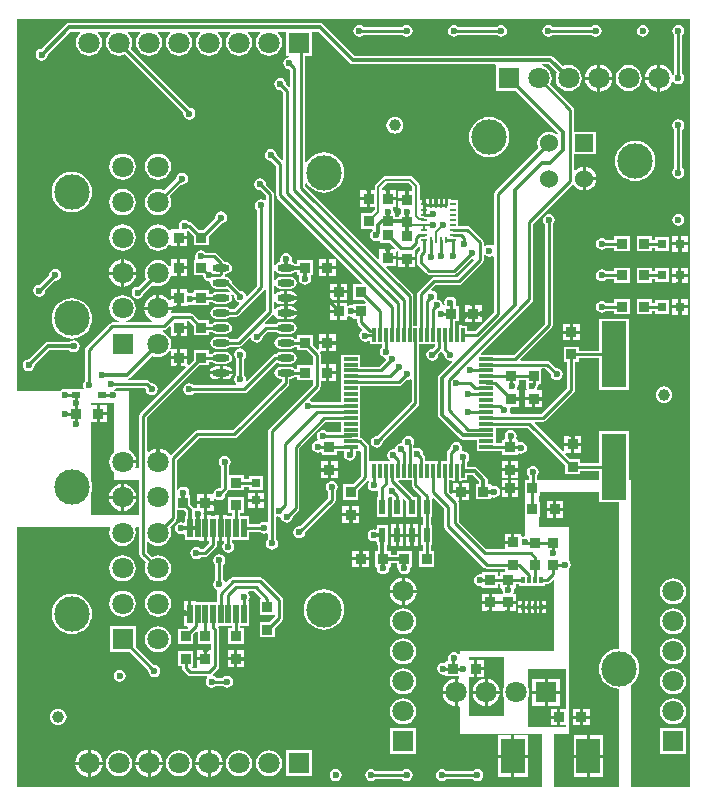
<source format=gtl>
G04*
G04 #@! TF.GenerationSoftware,Altium Limited,Altium Designer,20.2.6 (244)*
G04*
G04 Layer_Physical_Order=1*
G04 Layer_Color=255*
%FSLAX25Y25*%
%MOIN*%
G70*
G04*
G04 #@! TF.SameCoordinates,23E3F134-E155-4AF0-B130-1C61D597126F*
G04*
G04*
G04 #@! TF.FilePolarity,Positive*
G04*
G01*
G75*
%ADD10C,0.00787*%
%ADD13C,0.00984*%
%ADD16C,0.01181*%
%ADD25R,0.03543X0.03543*%
%ADD31R,0.03543X0.03543*%
%ADD39R,0.04724X0.01181*%
%ADD40R,0.01181X0.04724*%
%ADD41R,0.07874X0.11811*%
%ADD42R,0.01968X0.06496*%
%ADD43R,0.01181X0.02047*%
%ADD44R,0.02087X0.05158*%
%ADD45O,0.05709X0.02362*%
%ADD46R,0.03150X0.03150*%
%ADD47R,0.02087X0.01102*%
%ADD48R,0.01102X0.02087*%
%ADD49R,0.03150X0.01968*%
%ADD50R,0.08268X0.22047*%
%ADD51R,0.03150X0.03150*%
%ADD52C,0.03937*%
%ADD53C,0.07087*%
%ADD54R,0.07087X0.07087*%
%ADD55R,0.07087X0.07087*%
%ADD56C,0.11811*%
%ADD57C,0.06024*%
%ADD58R,0.06024X0.06024*%
%ADD59C,0.02362*%
G36*
X224410Y0D02*
X204724D01*
Y33943D01*
X205543Y34615D01*
X206379Y35634D01*
X207001Y36796D01*
X207383Y38058D01*
X207513Y39370D01*
X207383Y40682D01*
X207001Y41944D01*
X206379Y43106D01*
X205543Y44126D01*
X204724Y44797D01*
Y102362D01*
X204052D01*
Y118512D01*
X194210D01*
Y108005D01*
X187795D01*
Y109260D01*
X184522D01*
X182873Y110909D01*
X183080Y111409D01*
X184736D01*
Y113681D01*
X182465D01*
Y112024D01*
X181965Y111817D01*
X172517Y121265D01*
X172708Y121727D01*
X175531D01*
X176031Y121826D01*
X176454Y122109D01*
X185765Y131420D01*
X186048Y131843D01*
X186147Y132343D01*
Y141543D01*
X187402D01*
Y142798D01*
X194210D01*
Y132291D01*
X204052D01*
Y155913D01*
X194210D01*
Y145407D01*
X187402D01*
Y146661D01*
X182284D01*
Y141543D01*
X183538D01*
Y132883D01*
X174991Y124336D01*
X164645D01*
X164375Y124836D01*
X164507Y125500D01*
X164394Y126067D01*
X164710Y126567D01*
X167536D01*
Y128839D01*
X164764D01*
Y129839D01*
X167536D01*
Y132110D01*
X166954D01*
X166718Y132551D01*
X166815Y132696D01*
X166968Y133465D01*
X166909Y133760D01*
X167319Y134260D01*
X167323D01*
Y135514D01*
X169685D01*
Y134260D01*
X169685Y134260D01*
X169685D01*
X169705Y133760D01*
X169647Y133465D01*
X169799Y132696D01*
X169896Y132551D01*
X169661Y132110D01*
X169473D01*
Y129839D01*
X172244D01*
X175016D01*
Y132110D01*
X173646D01*
X173411Y132551D01*
X173508Y132696D01*
X173661Y133465D01*
X173602Y133760D01*
X173955Y134260D01*
X174803D01*
Y139378D01*
X175276Y139443D01*
X176212D01*
X178020Y137635D01*
X177993Y137500D01*
X178146Y136732D01*
X178581Y136081D01*
X179232Y135646D01*
X180000Y135493D01*
X180768Y135646D01*
X181419Y136081D01*
X181854Y136732D01*
X182007Y137500D01*
X181854Y138268D01*
X181419Y138919D01*
X180768Y139354D01*
X180000Y139507D01*
X179865Y139480D01*
X177674Y141671D01*
X177251Y141953D01*
X176752Y142053D01*
X168051D01*
X167859Y142515D01*
X178245Y152900D01*
X178528Y153324D01*
X178627Y153823D01*
Y187481D01*
X178742Y187557D01*
X179177Y188208D01*
X179330Y188976D01*
X179177Y189744D01*
X178742Y190396D01*
X178091Y190831D01*
X177323Y190983D01*
X176555Y190831D01*
X175904Y190396D01*
X175469Y189744D01*
X175316Y188976D01*
X175469Y188208D01*
X175904Y187557D01*
X176018Y187481D01*
Y154363D01*
X165676Y144021D01*
X159646D01*
Y144095D01*
X154860D01*
X154669Y144556D01*
X171789Y161676D01*
X172071Y162099D01*
X172171Y162598D01*
Y187649D01*
X185137Y200615D01*
X185245Y200641D01*
X185746Y200570D01*
X185765Y200556D01*
X186273Y199895D01*
X187111Y199252D01*
X188087Y198847D01*
X188634Y198775D01*
Y202756D01*
Y206736D01*
X188087Y206664D01*
X187111Y206260D01*
X186273Y205617D01*
X186227Y205558D01*
X185753Y205718D01*
Y210768D01*
X192933D01*
Y218366D01*
X185753D01*
Y225748D01*
X185654Y226247D01*
X185371Y226671D01*
X177831Y234211D01*
X178196Y235090D01*
X178344Y236221D01*
X178196Y237351D01*
X177759Y238405D01*
X177065Y239310D01*
X176160Y240004D01*
X175107Y240440D01*
X175203Y240918D01*
X177292D01*
X180080Y238130D01*
X179757Y237351D01*
X179608Y236221D01*
X179757Y235090D01*
X180193Y234037D01*
X180887Y233132D01*
X181792Y232438D01*
X182846Y232002D01*
X183976Y231853D01*
X185107Y232002D01*
X186160Y232438D01*
X187065Y233132D01*
X187759Y234037D01*
X188196Y235090D01*
X188344Y236221D01*
X188196Y237351D01*
X187759Y238405D01*
X187065Y239310D01*
X186160Y240004D01*
X185107Y240440D01*
X183976Y240589D01*
X182846Y240440D01*
X182067Y240117D01*
X178868Y243316D01*
X178412Y243621D01*
X177874Y243728D01*
X112590D01*
X102175Y254143D01*
X101719Y254448D01*
X101181Y254555D01*
X17323D01*
X16785Y254448D01*
X16329Y254143D01*
X8285Y246098D01*
X8268Y246102D01*
X7500Y245949D01*
X6848Y245514D01*
X6413Y244863D01*
X6261Y244094D01*
X6413Y243326D01*
X6848Y242675D01*
X7500Y242240D01*
X8268Y242087D01*
X9036Y242240D01*
X9687Y242675D01*
X10122Y243326D01*
X10275Y244094D01*
X10271Y244111D01*
X17905Y251745D01*
X21001D01*
X21162Y251271D01*
X20965Y251120D01*
X20271Y250216D01*
X19835Y249162D01*
X19686Y248031D01*
X19835Y246901D01*
X20271Y245848D01*
X20965Y244943D01*
X21870Y244249D01*
X22923Y243812D01*
X24054Y243663D01*
X25184Y243812D01*
X26238Y244249D01*
X27143Y244943D01*
X27837Y245848D01*
X28273Y246901D01*
X28422Y248031D01*
X28273Y249162D01*
X27837Y250216D01*
X27143Y251120D01*
X26946Y251271D01*
X27106Y251745D01*
X31001D01*
X31162Y251271D01*
X30965Y251120D01*
X30271Y250216D01*
X29835Y249162D01*
X29686Y248031D01*
X29835Y246901D01*
X30271Y245848D01*
X30965Y244943D01*
X31870Y244249D01*
X32923Y243812D01*
X34054Y243663D01*
X35184Y243812D01*
X36064Y244177D01*
X55533Y224708D01*
X55473Y224410D01*
X55626Y223641D01*
X56061Y222990D01*
X56712Y222555D01*
X57480Y222402D01*
X58248Y222555D01*
X58899Y222990D01*
X59335Y223641D01*
X59487Y224410D01*
X59335Y225178D01*
X58899Y225829D01*
X58248Y226264D01*
X57522Y226408D01*
X37909Y246022D01*
X38273Y246901D01*
X38422Y248031D01*
X38273Y249162D01*
X37837Y250216D01*
X37143Y251120D01*
X36946Y251271D01*
X37106Y251745D01*
X41001D01*
X41162Y251271D01*
X40965Y251120D01*
X40271Y250216D01*
X39834Y249162D01*
X39686Y248031D01*
X39834Y246901D01*
X40271Y245848D01*
X40965Y244943D01*
X41870Y244249D01*
X42923Y243812D01*
X44054Y243663D01*
X45184Y243812D01*
X46238Y244249D01*
X47142Y244943D01*
X47837Y245848D01*
X48273Y246901D01*
X48422Y248031D01*
X48273Y249162D01*
X47837Y250216D01*
X47142Y251120D01*
X46946Y251271D01*
X47106Y251745D01*
X51000D01*
X51161Y251271D01*
X50965Y251120D01*
X50270Y250216D01*
X49834Y249162D01*
X49685Y248032D01*
X49834Y246901D01*
X50270Y245848D01*
X50965Y244943D01*
X51869Y244249D01*
X52923Y243813D01*
X54053Y243664D01*
X55184Y243813D01*
X56237Y244249D01*
X57142Y244943D01*
X57836Y245848D01*
X58273Y246901D01*
X58421Y248032D01*
X58273Y249162D01*
X57836Y250216D01*
X57142Y251120D01*
X56946Y251271D01*
X57106Y251745D01*
X61002D01*
X61163Y251271D01*
X60965Y251120D01*
X60271Y250215D01*
X59835Y249162D01*
X59686Y248031D01*
X59835Y246901D01*
X60271Y245847D01*
X60965Y244942D01*
X61870Y244248D01*
X62923Y243812D01*
X64054Y243663D01*
X65184Y243812D01*
X66238Y244248D01*
X67143Y244942D01*
X67837Y245847D01*
X68273Y246901D01*
X68422Y248031D01*
X68273Y249162D01*
X67837Y250215D01*
X67143Y251120D01*
X66945Y251271D01*
X67106Y251745D01*
X71002D01*
X71162Y251271D01*
X70965Y251120D01*
X70271Y250215D01*
X69835Y249162D01*
X69686Y248031D01*
X69835Y246901D01*
X70271Y245847D01*
X70965Y244942D01*
X71870Y244248D01*
X72923Y243812D01*
X74054Y243663D01*
X75185Y243812D01*
X76238Y244248D01*
X77143Y244942D01*
X77837Y245847D01*
X78273Y246901D01*
X78422Y248031D01*
X78273Y249162D01*
X77837Y250215D01*
X77143Y251120D01*
X76946Y251271D01*
X77106Y251745D01*
X81002D01*
X81163Y251271D01*
X80965Y251120D01*
X80271Y250215D01*
X79835Y249162D01*
X79686Y248031D01*
X79835Y246901D01*
X80271Y245847D01*
X80965Y244942D01*
X81870Y244248D01*
X82923Y243812D01*
X84054Y243663D01*
X85185Y243812D01*
X86238Y244248D01*
X87143Y244942D01*
X87837Y245847D01*
X88273Y246901D01*
X88422Y248031D01*
X88273Y249162D01*
X87837Y250215D01*
X87143Y251120D01*
X86945Y251271D01*
X87106Y251745D01*
X89723D01*
Y243701D01*
X90565D01*
X90614Y243200D01*
X90078Y243094D01*
X89426Y242659D01*
X88991Y242007D01*
X88839Y241239D01*
X88991Y240471D01*
X89426Y239820D01*
X90078Y239385D01*
X90846Y239232D01*
X91215Y238860D01*
Y233384D01*
X90715Y233177D01*
X89776Y234117D01*
X89802Y234252D01*
X89650Y235020D01*
X89214Y235671D01*
X88563Y236106D01*
X87795Y236259D01*
X87027Y236106D01*
X86376Y235671D01*
X85941Y235020D01*
X85788Y234252D01*
X85941Y233484D01*
X86376Y232833D01*
X87027Y232398D01*
X87795Y232245D01*
X87931Y232272D01*
X88853Y231349D01*
Y208975D01*
X88353Y208768D01*
X86626Y210495D01*
X86653Y210630D01*
X86500Y211398D01*
X86065Y212049D01*
X85414Y212484D01*
X84646Y212637D01*
X83878Y212484D01*
X83227Y212049D01*
X82791Y211398D01*
X82639Y210630D01*
X82791Y209862D01*
X83227Y209211D01*
X83878Y208776D01*
X84646Y208623D01*
X84781Y208650D01*
X86491Y206940D01*
Y197244D01*
X86590Y196745D01*
X86873Y196322D01*
X115213Y167982D01*
X115021Y167520D01*
X112205D01*
Y162402D01*
X115478D01*
X116386Y161493D01*
X116195Y161031D01*
X112205D01*
Y161022D01*
X111705Y160611D01*
X111417Y160669D01*
X110649Y160516D01*
X110496Y160414D01*
X110055Y160649D01*
Y161244D01*
X107784D01*
Y158473D01*
Y155701D01*
X110055D01*
Y156674D01*
X110496Y156909D01*
X110649Y156807D01*
X111417Y156654D01*
X111705Y156712D01*
X112205Y156301D01*
Y155913D01*
X113459D01*
Y154921D01*
X113559Y154422D01*
X113841Y153999D01*
X115163Y152677D01*
X115081Y152052D01*
X114723Y151813D01*
X114287Y151162D01*
X114135Y150394D01*
X114287Y149626D01*
X114723Y148975D01*
X115374Y148539D01*
X116142Y148387D01*
X116910Y148539D01*
X117217Y148744D01*
X117717Y148477D01*
Y147441D01*
X121727D01*
Y146517D01*
X121581Y146419D01*
X121146Y145768D01*
X120993Y145000D01*
X121146Y144232D01*
X121581Y143581D01*
X122232Y143146D01*
X122597Y143073D01*
X122997Y142521D01*
X122993Y142500D01*
X123020Y142365D01*
X120739Y140084D01*
X114370D01*
Y144095D01*
X108071D01*
Y139370D01*
Y135433D01*
Y131496D01*
Y128305D01*
X98496D01*
X98419Y128419D01*
X97851Y128799D01*
X97686Y129341D01*
X100923Y132578D01*
X101205Y133001D01*
X101305Y133500D01*
Y135228D01*
X102980D01*
Y138000D01*
Y140772D01*
X101305D01*
Y143984D01*
X101205Y144483D01*
X101042Y144728D01*
X101261Y145204D01*
X101289Y145228D01*
X102980D01*
Y147500D01*
X100709D01*
Y145828D01*
X100209Y145621D01*
X98559Y147270D01*
Y150559D01*
X93441D01*
Y149297D01*
X92736D01*
X92659Y149411D01*
X92008Y149846D01*
X91240Y149999D01*
X87894D01*
X87126Y149846D01*
X86475Y149411D01*
X86039Y148760D01*
X85887Y147992D01*
X86039Y147224D01*
X86475Y146573D01*
X87126Y146138D01*
X87894Y145985D01*
X91240D01*
X92008Y146138D01*
X92659Y146573D01*
X92736Y146687D01*
X93441D01*
Y145441D01*
X96698D01*
X98695Y143444D01*
Y141003D01*
X98559Y140559D01*
X93441D01*
Y139297D01*
X92736D01*
X92659Y139411D01*
X92008Y139846D01*
X91240Y139999D01*
X87894D01*
X87126Y139846D01*
X86475Y139411D01*
X86039Y138760D01*
X85887Y137992D01*
X86039Y137224D01*
X86475Y136573D01*
X87126Y136138D01*
X87894Y135985D01*
X88262D01*
Y135107D01*
X71960Y118805D01*
X60062D01*
X59563Y118705D01*
X59140Y118422D01*
X51448Y110731D01*
X50822Y110812D01*
X50288Y111508D01*
X49339Y112236D01*
X48234Y112694D01*
X47547Y112784D01*
Y108268D01*
X46547D01*
Y112784D01*
X45861Y112694D01*
X44756Y112236D01*
X43931Y111603D01*
X43431Y111780D01*
Y123086D01*
X60786Y140441D01*
X64059D01*
Y141695D01*
X64936D01*
X65018Y141573D01*
X65669Y141138D01*
X66437Y140985D01*
X69784D01*
X70552Y141138D01*
X71203Y141573D01*
X71638Y142224D01*
X71790Y142992D01*
X71638Y143760D01*
X71203Y144411D01*
X70552Y144846D01*
X69784Y144999D01*
X66437D01*
X65669Y144846D01*
X65018Y144411D01*
X64947Y144305D01*
X64059D01*
Y145559D01*
X58941D01*
Y142286D01*
X57291Y140636D01*
X56791Y140843D01*
Y142500D01*
X54520D01*
Y140228D01*
X56176D01*
X56383Y139728D01*
X41203Y124548D01*
X40921Y124125D01*
X40821Y123626D01*
Y106299D01*
X39789D01*
X39511Y106715D01*
X39663Y107082D01*
X39753Y107768D01*
X35236D01*
Y108768D01*
X39753D01*
X39663Y109454D01*
X39205Y110559D01*
X38477Y111508D01*
X37528Y112236D01*
X37402Y112288D01*
Y131890D01*
X32274D01*
X32224Y132390D01*
X32264Y132398D01*
X32915Y132833D01*
X32992Y132947D01*
X42673D01*
X43007Y132571D01*
X42993Y132500D01*
X43146Y131732D01*
X43581Y131081D01*
X44232Y130646D01*
X45000Y130493D01*
X45768Y130646D01*
X46419Y131081D01*
X46854Y131732D01*
X47007Y132500D01*
X46854Y133268D01*
X46419Y133919D01*
X45768Y134354D01*
X45000Y134507D01*
X44865Y134480D01*
X44170Y135175D01*
X43747Y135457D01*
X43248Y135557D01*
X37162D01*
X37112Y136057D01*
X37349Y136104D01*
X37804Y136408D01*
X45138Y143741D01*
X45917Y143419D01*
X47047Y143270D01*
X48178Y143419D01*
X49231Y143855D01*
X50136Y144549D01*
X50748Y145347D01*
X51217Y145236D01*
X51248Y145218D01*
Y143500D01*
X53520D01*
Y145772D01*
X51503D01*
X51152Y146232D01*
X51266Y146507D01*
X51415Y147638D01*
X51266Y148768D01*
X50830Y149822D01*
X50136Y150726D01*
X49231Y151421D01*
X48568Y151695D01*
X48667Y152195D01*
X49000D01*
X49499Y152295D01*
X49922Y152577D01*
X50786Y153441D01*
X51248Y153250D01*
Y150228D01*
X53520D01*
Y153000D01*
X54020D01*
Y153500D01*
X56791D01*
Y155195D01*
X57460D01*
X58941Y153714D01*
Y150441D01*
X64059D01*
Y151695D01*
X64936D01*
X65018Y151573D01*
X65669Y151138D01*
X66437Y150985D01*
X69784D01*
X70552Y151138D01*
X71203Y151573D01*
X71638Y152224D01*
X71790Y152992D01*
X71638Y153760D01*
X71203Y154411D01*
X70552Y154846D01*
X69784Y154999D01*
X66437D01*
X65669Y154846D01*
X65018Y154411D01*
X64947Y154305D01*
X64059D01*
Y155559D01*
X60786D01*
X58922Y157422D01*
X58499Y157705D01*
X58000Y157805D01*
X52000D01*
X51809Y157767D01*
X51464Y158155D01*
X51450Y158205D01*
X51474Y158263D01*
X51564Y158949D01*
X47047D01*
X42531D01*
X42621Y158263D01*
X43079Y157158D01*
X43807Y156209D01*
X44756Y155480D01*
X45180Y155305D01*
X45081Y154805D01*
X36647D01*
X36548Y155305D01*
X37420Y155666D01*
X38325Y156360D01*
X39019Y157265D01*
X39456Y158318D01*
X39604Y159449D01*
X39456Y160579D01*
X39019Y161633D01*
X38325Y162538D01*
X37420Y163232D01*
X36367Y163668D01*
X35236Y163817D01*
X34106Y163668D01*
X33052Y163232D01*
X32147Y162538D01*
X31453Y161633D01*
X31017Y160579D01*
X30868Y159449D01*
X31017Y158318D01*
X31453Y157265D01*
X32147Y156360D01*
X33052Y155666D01*
X33925Y155305D01*
X33825Y154805D01*
X31846D01*
X31347Y154705D01*
X30924Y154422D01*
X23093Y146592D01*
X22810Y146169D01*
X22711Y145669D01*
Y135354D01*
X22596Y135277D01*
X22162Y134626D01*
X22009Y133858D01*
X22162Y133090D01*
X22307Y132873D01*
X21968Y132480D01*
X17323D01*
X17323Y132480D01*
X16910Y132563D01*
X16910Y132563D01*
X16142Y132716D01*
X15374Y132563D01*
X14723Y132128D01*
X14563Y131890D01*
X0D01*
Y255906D01*
X224410Y255906D01*
X224410Y0D01*
D02*
G37*
G36*
X111014Y241329D02*
X111470Y241025D01*
X112008Y240918D01*
X159323D01*
X159645Y240551D01*
Y231890D01*
X166320D01*
X180311Y217899D01*
X180321Y217832D01*
X180285Y217713D01*
X179707Y217527D01*
X179239Y217885D01*
X178315Y218268D01*
X177323Y218399D01*
X176331Y218268D01*
X175407Y217885D01*
X174613Y217277D01*
X174004Y216483D01*
X173621Y215559D01*
X173491Y214567D01*
X173621Y213575D01*
X173875Y212964D01*
X159314Y198403D01*
X159031Y197980D01*
X158932Y197480D01*
Y180739D01*
X158432Y180472D01*
X158248Y180595D01*
X157480Y180747D01*
X156712Y180595D01*
X156135Y180209D01*
X155635Y180354D01*
Y181496D01*
X155536Y181995D01*
X155253Y182419D01*
X151100Y186572D01*
X150676Y186855D01*
X150177Y186954D01*
X147185D01*
Y191083D01*
Y195453D01*
X144642D01*
Y196020D01*
X143591D01*
Y195453D01*
X143523D01*
Y193976D01*
X142591D01*
Y196020D01*
X141898D01*
Y193976D01*
X140898D01*
Y196020D01*
X140205D01*
Y193976D01*
X139205D01*
Y196020D01*
X138512D01*
Y193976D01*
X137512D01*
Y196020D01*
X136461D01*
Y195665D01*
X136248D01*
Y194114D01*
X135248D01*
Y195665D01*
X134275D01*
Y200394D01*
X134275Y200394D01*
X134183Y200854D01*
X133922Y201245D01*
X133922Y201245D01*
X131954Y203214D01*
X131563Y203475D01*
X131102Y203567D01*
X131102Y203566D01*
X122835D01*
X122835Y203567D01*
X122374Y203475D01*
X121983Y203214D01*
X121983Y203214D01*
X119621Y200851D01*
X119360Y200461D01*
X119268Y200000D01*
X119268Y200000D01*
Y198835D01*
X117823D01*
Y196063D01*
Y193291D01*
X119268D01*
Y192231D01*
X118179Y191142D01*
X114764D01*
Y186024D01*
X118482D01*
X118634Y185524D01*
X118266Y185277D01*
X117831Y184626D01*
X117678Y183858D01*
X117831Y183090D01*
X118266Y182439D01*
X118917Y182004D01*
X119685Y181851D01*
X120453Y182004D01*
X120622Y182117D01*
X121063Y181881D01*
Y181299D01*
X124336D01*
X125986Y179650D01*
X125779Y179150D01*
X124122D01*
Y176878D01*
X126394D01*
Y178293D01*
X126894Y178529D01*
X127150Y178344D01*
Y176484D01*
X129921D01*
X132693D01*
Y178756D01*
X132693Y178756D01*
X132693D01*
X132952Y179139D01*
X133943Y180130D01*
X134151Y180101D01*
X134443Y179954D01*
Y178808D01*
X133723Y178088D01*
X133440Y177665D01*
X133341Y177165D01*
Y174803D01*
X133440Y174304D01*
X133723Y173881D01*
X136479Y171125D01*
X136902Y170842D01*
X137402Y170743D01*
X145669D01*
X146168Y170842D01*
X146592Y171125D01*
X151440Y175973D01*
X151575Y175946D01*
X151802Y175991D01*
X152343Y175589D01*
X152356Y175461D01*
X146704Y169808D01*
X138976D01*
X138477Y169709D01*
X138054Y169426D01*
X133920Y165293D01*
X133637Y164869D01*
X133538Y164370D01*
Y153740D01*
X132210D01*
Y163583D01*
X132111Y164082D01*
X131828Y164505D01*
X123189Y173144D01*
X123380Y173606D01*
X126394D01*
Y175878D01*
X123622D01*
Y176378D01*
X123122D01*
Y179150D01*
X120850D01*
Y176136D01*
X120388Y175945D01*
X96187Y200147D01*
Y201051D01*
X96671Y201173D01*
X96770Y200988D01*
X97607Y199969D01*
X98626Y199133D01*
X99788Y198511D01*
X101050Y198128D01*
X102362Y197999D01*
X103674Y198128D01*
X104936Y198511D01*
X106099Y199133D01*
X107118Y199969D01*
X107954Y200988D01*
X108576Y202151D01*
X108958Y203412D01*
X109088Y204724D01*
X108958Y206036D01*
X108576Y207298D01*
X107954Y208461D01*
X107118Y209480D01*
X106099Y210316D01*
X104936Y210938D01*
X103674Y211320D01*
X102362Y211450D01*
X101050Y211320D01*
X99788Y210938D01*
X98626Y210316D01*
X97607Y209480D01*
X96770Y208461D01*
X96671Y208276D01*
X96187Y208397D01*
Y243701D01*
X98385D01*
Y251745D01*
X100599D01*
X111014Y241329D01*
D02*
G37*
G36*
X131867Y199895D02*
Y198441D01*
X130421D01*
Y195669D01*
X129921D01*
Y195169D01*
X127150D01*
Y192898D01*
X127777D01*
X128047Y192398D01*
X127914Y191732D01*
X128010Y191248D01*
X127656Y190748D01*
X127362D01*
Y189988D01*
X126181D01*
Y191142D01*
X125906D01*
X125589Y191528D01*
X125629Y191732D01*
X125476Y192500D01*
X125282Y192791D01*
X125549Y193291D01*
X126394D01*
Y195563D01*
X123622D01*
Y196063D01*
X123122D01*
Y198835D01*
X121677D01*
Y199501D01*
X123333Y201158D01*
X130604D01*
X131867Y199895D01*
D02*
G37*
G36*
X156712Y176886D02*
X157480Y176733D01*
X158248Y176886D01*
X158432Y177008D01*
X158932Y176741D01*
Y158021D01*
X152806Y151895D01*
X150000D01*
Y153740D01*
X148244D01*
Y153953D01*
X147154D01*
Y150591D01*
X146154D01*
Y153953D01*
X145990D01*
Y155126D01*
X147244D01*
Y160244D01*
X146627D01*
X146361Y160744D01*
X146495Y161417D01*
X146343Y162185D01*
X145907Y162837D01*
X145256Y163272D01*
X144488Y163424D01*
X143720Y163272D01*
X143069Y162837D01*
X142634Y162185D01*
X142481Y161417D01*
X142565Y160997D01*
X142222Y160669D01*
X141947Y160800D01*
X141854Y161268D01*
X141419Y161919D01*
X140768Y162354D01*
X140473Y162413D01*
X140043Y162618D01*
X140111Y162956D01*
X140196Y163386D01*
X140043Y164154D01*
X139608Y164805D01*
X138957Y165240D01*
X138380Y165355D01*
X138179Y165862D01*
X139517Y167199D01*
X147244D01*
X147743Y167299D01*
X148167Y167581D01*
X155253Y174668D01*
X155536Y175091D01*
X155635Y175591D01*
Y177127D01*
X156135Y177271D01*
X156712Y176886D01*
D02*
G37*
G36*
X139444Y146789D02*
X138635Y145980D01*
X138500Y146007D01*
X137732Y145854D01*
X137081Y145419D01*
X136646Y144768D01*
X136493Y144000D01*
X136646Y143232D01*
X137081Y142581D01*
X137732Y142146D01*
X138500Y141993D01*
X139268Y142146D01*
X139919Y142581D01*
X140354Y143232D01*
X140507Y144000D01*
X140480Y144135D01*
X141280Y144935D01*
X141617Y144902D01*
X141854Y144801D01*
X142520Y144135D01*
X142493Y144000D01*
X142646Y143232D01*
X143081Y142581D01*
X143732Y142146D01*
X144500Y141993D01*
X144888Y142070D01*
X145134Y141609D01*
X140739Y137214D01*
X140434Y136758D01*
X140327Y136221D01*
Y124016D01*
X140434Y123478D01*
X140739Y123022D01*
X147629Y116132D01*
X148084Y115828D01*
X148622Y115721D01*
X153347D01*
Y111811D01*
X159646D01*
Y111884D01*
X161811D01*
Y110638D01*
X166929D01*
Y110858D01*
X167429Y111120D01*
X168110Y110985D01*
X168878Y111138D01*
X169529Y111573D01*
X169965Y112224D01*
X170117Y112992D01*
X169965Y113760D01*
X169529Y114411D01*
X168878Y114846D01*
X168110Y114999D01*
X167429Y114864D01*
X166929Y115126D01*
Y115756D01*
X166706D01*
X166440Y116256D01*
X166574Y116929D01*
X166421Y117697D01*
X165986Y118348D01*
X165335Y118783D01*
X164567Y118936D01*
X163799Y118783D01*
X163148Y118348D01*
X162713Y117697D01*
X162560Y116929D01*
X162694Y116256D01*
X162428Y115756D01*
X161811D01*
Y114494D01*
X159646D01*
Y119758D01*
X170334D01*
X182677Y107415D01*
Y104142D01*
X187795D01*
Y105396D01*
X194210D01*
Y102362D01*
X173305D01*
Y103504D01*
X173419Y103581D01*
X173854Y104232D01*
X174007Y105000D01*
X173854Y105768D01*
X173419Y106419D01*
X172768Y106854D01*
X172000Y107007D01*
X171232Y106854D01*
X170581Y106419D01*
X170146Y105768D01*
X169993Y105000D01*
X170146Y104232D01*
X170581Y103581D01*
X170695Y103504D01*
Y102362D01*
X169291D01*
Y95079D01*
Y89961D01*
Y83503D01*
X168626Y83371D01*
X168126Y83640D01*
Y84268D01*
X165854D01*
Y81496D01*
X165354D01*
Y80996D01*
X162583D01*
Y79257D01*
X156446D01*
X147368Y88336D01*
Y94488D01*
X147268Y94987D01*
X147157Y95153D01*
X147424Y95653D01*
X147531D01*
Y97925D01*
X145260D01*
Y97790D01*
X144798Y97598D01*
X144021Y98375D01*
Y102165D01*
X145063D01*
Y101953D01*
X146154D01*
Y105315D01*
X147154D01*
Y101953D01*
X148244D01*
Y102165D01*
X150000D01*
Y103910D01*
X151977D01*
X154107Y101780D01*
Y100984D01*
X152953D01*
Y95866D01*
X158071D01*
Y96160D01*
X158571Y96514D01*
X159055Y96418D01*
X159823Y96571D01*
X160474Y97006D01*
X160909Y97657D01*
X161062Y98425D01*
X160909Y99193D01*
X160474Y99844D01*
X159823Y100279D01*
X159055Y100432D01*
X158571Y100336D01*
X158071Y100691D01*
Y100984D01*
X156917D01*
Y102362D01*
X156810Y102900D01*
X156505Y103356D01*
X153552Y106308D01*
X153097Y106613D01*
X152559Y106720D01*
X150000D01*
Y108264D01*
X150238Y108423D01*
X150673Y109074D01*
X150826Y109843D01*
X150673Y110611D01*
X150238Y111262D01*
X149587Y111697D01*
X148819Y111850D01*
X148638Y111814D01*
X148311Y112224D01*
X148464Y112992D01*
X148311Y113760D01*
X147876Y114411D01*
X147225Y114846D01*
X146457Y114999D01*
X145689Y114846D01*
X145037Y114411D01*
X144602Y113760D01*
X144450Y112992D01*
X144476Y112857D01*
X143763Y112143D01*
X143480Y111720D01*
X143381Y111221D01*
Y108465D01*
X142339D01*
Y108677D01*
X141248D01*
Y105315D01*
X140248D01*
Y108677D01*
X139158D01*
Y108465D01*
X136147D01*
Y109657D01*
X136048Y110157D01*
X135765Y110580D01*
X135480Y110865D01*
X135507Y111000D01*
X135354Y111768D01*
X134919Y112419D01*
X134268Y112854D01*
X133500Y113007D01*
X132732Y112854D01*
X132651Y112800D01*
X132210Y113036D01*
Y114016D01*
X132354Y114232D01*
X132507Y115000D01*
X132354Y115768D01*
X131919Y116419D01*
X131268Y116854D01*
X130500Y117007D01*
X129732Y116854D01*
X129081Y116419D01*
X128646Y115768D01*
X128493Y115000D01*
X128526Y114832D01*
X128173Y114479D01*
X128031Y114507D01*
X127263Y114354D01*
X126612Y113919D01*
X126177Y113268D01*
X126103Y112897D01*
X125554Y112496D01*
X125500Y112507D01*
X124732Y112354D01*
X124081Y111919D01*
X123646Y111268D01*
X123493Y110500D01*
X123646Y109732D01*
X124081Y109081D01*
X124255Y108965D01*
X124103Y108465D01*
X117717D01*
X117446Y108853D01*
Y113386D01*
X117347Y113885D01*
X117064Y114308D01*
X115293Y116080D01*
X114869Y116363D01*
X114370Y116462D01*
Y121653D01*
Y125591D01*
Y129528D01*
Y133538D01*
X127342D01*
X127842Y133637D01*
X128265Y133920D01*
X129865Y135520D01*
X130000Y135493D01*
X130768Y135646D01*
X131070Y135847D01*
X131570Y135580D01*
Y128415D01*
X120135Y116980D01*
X120000Y117007D01*
X119232Y116854D01*
X118581Y116419D01*
X118146Y115768D01*
X117993Y115000D01*
X118146Y114232D01*
X118581Y113581D01*
X119232Y113146D01*
X120000Y112993D01*
X120768Y113146D01*
X121419Y113581D01*
X121854Y114232D01*
X122007Y115000D01*
X121980Y115135D01*
X133797Y126952D01*
X134080Y127375D01*
X134179Y127874D01*
Y147441D01*
X139444D01*
Y146789D01*
D02*
G37*
G36*
X93441Y135441D02*
X98559D01*
X98695Y134997D01*
Y134040D01*
X84078Y119422D01*
X83795Y118999D01*
X83695Y118500D01*
X83735Y118302D01*
Y88346D01*
X83294Y88111D01*
X83132Y88218D01*
X82364Y88371D01*
X81596Y88218D01*
X80945Y87783D01*
X80778Y87533D01*
X77362D01*
Y90264D01*
X74336D01*
Y91347D01*
X75591D01*
Y96465D01*
X70473D01*
Y91347D01*
X71727D01*
Y90264D01*
X69898D01*
Y90476D01*
X68414D01*
Y86228D01*
Y81980D01*
X69168D01*
Y81477D01*
X69081Y81419D01*
X68646Y80768D01*
X68493Y80000D01*
X68646Y79232D01*
X69081Y78581D01*
X69732Y78146D01*
X70500Y77993D01*
X71268Y78146D01*
X71919Y78581D01*
X72354Y79232D01*
X72507Y80000D01*
X72354Y80768D01*
X71919Y81419D01*
X71777Y81514D01*
Y82193D01*
X77362D01*
Y84924D01*
X80977D01*
X81596Y84510D01*
X82364Y84357D01*
X83132Y84510D01*
X83294Y84618D01*
X83735Y84382D01*
Y82598D01*
X83620Y82522D01*
X83185Y81870D01*
X83032Y81102D01*
X83185Y80334D01*
X83620Y79683D01*
X84271Y79248D01*
X85039Y79095D01*
X85807Y79248D01*
X86459Y79683D01*
X86894Y80334D01*
X87046Y81102D01*
X86894Y81870D01*
X86459Y82522D01*
X86344Y82598D01*
Y89849D01*
X86844Y90123D01*
X87500Y89993D01*
X87521Y89997D01*
X88073Y89597D01*
X88146Y89232D01*
X88581Y88581D01*
X89232Y88146D01*
X90000Y87993D01*
X90768Y88146D01*
X91419Y88581D01*
X91854Y89232D01*
X92007Y90000D01*
X91980Y90135D01*
X93836Y91991D01*
X94119Y92414D01*
X94218Y92913D01*
Y112873D01*
X103072Y121727D01*
X108071D01*
Y118305D01*
X103496D01*
X103419Y118419D01*
X102768Y118854D01*
X102000Y119007D01*
X101232Y118854D01*
X100581Y118419D01*
X100146Y117768D01*
X99993Y117000D01*
X100146Y116232D01*
X100391Y115864D01*
X100139Y115342D01*
X99626Y115240D01*
X98975Y114805D01*
X98539Y114154D01*
X98387Y113386D01*
X98539Y112618D01*
X98975Y111967D01*
X99626Y111531D01*
X100394Y111379D01*
X101075Y111514D01*
X101575Y111252D01*
Y110638D01*
X106693D01*
Y111884D01*
X108071D01*
Y111811D01*
X108890D01*
X109152Y111311D01*
X109017Y110630D01*
X109169Y109862D01*
X109604Y109211D01*
X110256Y108776D01*
X111024Y108623D01*
X111792Y108776D01*
X112443Y109211D01*
X112878Y109862D01*
X113031Y110630D01*
X112895Y111311D01*
X113157Y111811D01*
X114370D01*
Y111811D01*
X114837Y111731D01*
Y103698D01*
X111935Y100795D01*
X108662D01*
Y95677D01*
X113780D01*
Y98950D01*
X116907Y102077D01*
X117409Y102011D01*
X117483Y101962D01*
X117526Y101847D01*
X117477Y101765D01*
X117146Y101268D01*
X116993Y100500D01*
X117146Y99732D01*
X117581Y99081D01*
X118232Y98646D01*
X119000Y98493D01*
X119768Y98646D01*
X120046Y98831D01*
X120546Y98564D01*
Y96673D01*
X120020D01*
Y89941D01*
X123681D01*
Y96412D01*
X124177Y96682D01*
X124232Y96646D01*
X124941Y96505D01*
Y89941D01*
X128602D01*
Y95899D01*
X129064Y96091D01*
X129837Y95318D01*
Y93858D01*
X129862Y93732D01*
Y89941D01*
X133524D01*
Y96673D01*
X132136D01*
X132064Y96781D01*
X127141Y101703D01*
X127333Y102165D01*
X131570D01*
Y100626D01*
X131669Y100127D01*
X131952Y99703D01*
X134569Y97086D01*
X134783Y96673D01*
X134783D01*
X134783Y96673D01*
Y89941D01*
X135310D01*
Y87224D01*
X134783D01*
Y80492D01*
X135310D01*
Y78543D01*
X134055D01*
Y73425D01*
X139173D01*
Y78543D01*
X137919D01*
Y80492D01*
X138445D01*
Y87224D01*
X137919D01*
Y89941D01*
X138445D01*
Y96011D01*
X138945Y96218D01*
X142396Y92767D01*
Y87008D01*
X142496Y86509D01*
X142778Y86085D01*
X155770Y73093D01*
X156194Y72811D01*
X156693Y72711D01*
X162795D01*
Y71496D01*
X161193D01*
Y70242D01*
X160311D01*
Y71496D01*
X155193D01*
Y71243D01*
X154693Y70833D01*
X154331Y70905D01*
X153563Y70752D01*
X152911Y70317D01*
X152476Y69666D01*
X152324Y68898D01*
X152476Y68130D01*
X152911Y67478D01*
X153563Y67043D01*
X154331Y66891D01*
X154693Y66963D01*
X155193Y66552D01*
Y66378D01*
X160311D01*
Y67632D01*
X161193D01*
Y66378D01*
X161504D01*
X161821Y65991D01*
X161773Y65748D01*
X161925Y64980D01*
X162093Y64728D01*
X161826Y64228D01*
X161024D01*
X160980Y64228D01*
X160524D01*
X160480Y64228D01*
X158252D01*
Y61457D01*
Y58685D01*
X160480D01*
X160524Y58685D01*
X160980D01*
X161024Y58685D01*
X163252D01*
Y61457D01*
X163752D01*
Y61957D01*
X166524D01*
Y64228D01*
X165733D01*
X165466Y64728D01*
X165634Y64980D01*
X165787Y65748D01*
X165738Y65991D01*
X166055Y66378D01*
X166311D01*
Y67562D01*
X167421D01*
Y67055D01*
X176083D01*
Y67562D01*
X176681D01*
X177180Y67661D01*
X177604Y67944D01*
X178672Y69012D01*
X179134Y68821D01*
Y45276D01*
X147638D01*
Y44410D01*
X147138Y44259D01*
X147089Y44333D01*
X146437Y44768D01*
X145669Y44921D01*
X144901Y44768D01*
X144250Y44333D01*
X143815Y43681D01*
X143662Y42913D01*
X143758Y42429D01*
X143404Y41929D01*
X142913D01*
Y41730D01*
X142413Y41320D01*
X142126Y41377D01*
X141358Y41224D01*
X140707Y40789D01*
X140272Y40138D01*
X140119Y39370D01*
X140272Y38602D01*
X140707Y37951D01*
X141358Y37516D01*
X142126Y37363D01*
X142413Y37420D01*
X142913Y37010D01*
Y36811D01*
X147346D01*
X147511Y36311D01*
X147138Y35984D01*
X146917Y36013D01*
Y31496D01*
Y26979D01*
X147138Y27008D01*
X147638Y26570D01*
Y17717D01*
X175197D01*
Y0D01*
X0D01*
Y86614D01*
X30914D01*
X31192Y86198D01*
X31017Y85776D01*
X30868Y84646D01*
X31017Y83515D01*
X31454Y82462D01*
X32148Y81557D01*
X33052Y80863D01*
X34106Y80426D01*
X35236Y80278D01*
X36367Y80426D01*
X37420Y80863D01*
X38325Y81557D01*
X39019Y82462D01*
X39456Y83515D01*
X39604Y84646D01*
X39456Y85776D01*
X39281Y86198D01*
X39559Y86614D01*
X40821D01*
Y77756D01*
X40921Y77257D01*
X41203Y76834D01*
X43192Y74845D01*
X42828Y73965D01*
X42679Y72835D01*
X42828Y71704D01*
X43265Y70651D01*
X43959Y69746D01*
X44863Y69052D01*
X45917Y68615D01*
X47047Y68467D01*
X48178Y68615D01*
X49231Y69052D01*
X50136Y69746D01*
X50830Y70651D01*
X51267Y71704D01*
X51415Y72835D01*
X51267Y73965D01*
X50830Y75019D01*
X50136Y75923D01*
X49231Y76617D01*
X48178Y77054D01*
X47047Y77203D01*
X45917Y77054D01*
X45037Y76690D01*
X43431Y78297D01*
Y81468D01*
X43904Y81628D01*
X43959Y81557D01*
X44863Y80863D01*
X45917Y80426D01*
X47047Y80278D01*
X48178Y80426D01*
X49231Y80863D01*
X50136Y81557D01*
X50830Y82462D01*
X51267Y83515D01*
X51415Y84646D01*
X51267Y85776D01*
X50902Y86656D01*
X52922Y88676D01*
X53205Y89099D01*
X53305Y89598D01*
Y92134D01*
X55887D01*
X56272Y91749D01*
Y90264D01*
X55906D01*
Y88354D01*
X55406Y88092D01*
X54724Y88227D01*
X53956Y88075D01*
X53305Y87640D01*
X52870Y86989D01*
X52717Y86221D01*
X52870Y85452D01*
X53305Y84801D01*
X53956Y84366D01*
X54724Y84213D01*
X55406Y84349D01*
X55906Y84087D01*
Y82193D01*
X60811D01*
Y81980D01*
X62296D01*
Y86228D01*
Y90780D01*
X62227Y90863D01*
X62243Y90945D01*
X62148Y91421D01*
X62296Y91626D01*
Y94193D01*
X60024D01*
Y92910D01*
X59468Y92799D01*
X59461Y92794D01*
X58882Y93009D01*
X58671Y93324D01*
X57874Y94121D01*
Y97252D01*
X57874D01*
X57463Y97752D01*
X57519Y98032D01*
X57366Y98800D01*
X56931Y99451D01*
X56280Y99886D01*
X55512Y100039D01*
X54744Y99886D01*
X54093Y99451D01*
X53805Y99020D01*
X53305Y99171D01*
Y108898D01*
X60602Y116195D01*
X72500D01*
X72999Y116295D01*
X73422Y116577D01*
X90489Y133644D01*
X90772Y134068D01*
X90872Y134567D01*
Y135985D01*
X91240D01*
X92008Y136138D01*
X92659Y136573D01*
X92736Y136688D01*
X93441D01*
Y135441D01*
D02*
G37*
G36*
X32480Y111612D02*
X32148Y111356D01*
X31454Y110452D01*
X31017Y109398D01*
X30868Y108268D01*
X31017Y107137D01*
X31454Y106084D01*
X32148Y105179D01*
X32480Y104924D01*
Y102362D01*
X40821D01*
Y90551D01*
X24606D01*
Y97512D01*
X24903Y98491D01*
X25033Y99803D01*
X24903Y101115D01*
X24606Y102095D01*
Y121638D01*
X26665D01*
Y124409D01*
Y127181D01*
X24606D01*
Y127953D01*
X32480D01*
Y111612D01*
D02*
G37*
G36*
X162402Y43307D02*
X162402Y33118D01*
X162198Y32627D01*
X162049Y31496D01*
X162198Y30365D01*
X162402Y29874D01*
Y23622D01*
X150591Y23622D01*
Y30255D01*
X150637Y30365D01*
X150785Y31496D01*
X150637Y32627D01*
X150591Y32738D01*
X150591Y36598D01*
X152453D01*
Y39370D01*
Y42142D01*
X150591D01*
Y43307D01*
X162402Y43307D01*
D02*
G37*
G36*
X183071Y26000D02*
X181209D01*
Y23228D01*
Y20457D01*
X183071D01*
Y19882D01*
X170276D01*
Y29494D01*
X170637Y30365D01*
X170785Y31496D01*
X170637Y32627D01*
X170276Y33498D01*
Y39370D01*
X183071D01*
Y26000D01*
D02*
G37*
G36*
X194210Y94890D02*
X200787D01*
Y46095D01*
X199475Y45966D01*
X198214Y45583D01*
X197051Y44962D01*
X196032Y44126D01*
X195195Y43106D01*
X194574Y41944D01*
X194191Y40682D01*
X194062Y39370D01*
X194191Y38058D01*
X194574Y36796D01*
X195195Y35634D01*
X196032Y34615D01*
X197051Y33778D01*
X198214Y33157D01*
X199475Y32774D01*
X200787Y32645D01*
Y0D01*
X179134D01*
Y17717D01*
X184055Y17717D01*
Y72569D01*
X184096Y72597D01*
X184531Y73248D01*
X184684Y74016D01*
X184531Y74784D01*
X184096Y75435D01*
X184055Y75463D01*
Y86614D01*
X174213Y86614D01*
Y89961D01*
X174409D01*
Y95079D01*
X174213D01*
Y96875D01*
X174410D01*
Y98425D01*
X174410Y98425D01*
X194210D01*
Y94890D01*
D02*
G37*
%LPC*%
G36*
X192913Y253976D02*
X192145Y253823D01*
X191494Y253388D01*
X191418Y253273D01*
X178661D01*
X178585Y253388D01*
X177933Y253823D01*
X177165Y253976D01*
X176397Y253823D01*
X175746Y253388D01*
X175311Y252737D01*
X175158Y251969D01*
X175311Y251200D01*
X175746Y250549D01*
X176397Y250114D01*
X177165Y249961D01*
X177933Y250114D01*
X178585Y250549D01*
X178661Y250664D01*
X191418D01*
X191494Y250549D01*
X192145Y250114D01*
X192913Y249961D01*
X193682Y250114D01*
X194333Y250549D01*
X194768Y251200D01*
X194921Y251969D01*
X194768Y252737D01*
X194333Y253388D01*
X193682Y253823D01*
X192913Y253976D01*
D02*
G37*
G36*
X161417D02*
X160649Y253823D01*
X159998Y253388D01*
X159922Y253273D01*
X147165D01*
X147089Y253388D01*
X146437Y253823D01*
X145669Y253976D01*
X144901Y253823D01*
X144250Y253388D01*
X143815Y252737D01*
X143662Y251969D01*
X143815Y251200D01*
X144250Y250549D01*
X144901Y250114D01*
X145669Y249961D01*
X146437Y250114D01*
X147089Y250549D01*
X147165Y250664D01*
X159922D01*
X159998Y250549D01*
X160649Y250114D01*
X161417Y249961D01*
X162185Y250114D01*
X162837Y250549D01*
X163272Y251200D01*
X163424Y251969D01*
X163272Y252737D01*
X162837Y253388D01*
X162185Y253823D01*
X161417Y253976D01*
D02*
G37*
G36*
X129921D02*
X129153Y253823D01*
X128502Y253388D01*
X128426Y253273D01*
X115669D01*
X115593Y253388D01*
X114941Y253823D01*
X114173Y253976D01*
X113405Y253823D01*
X112754Y253388D01*
X112319Y252737D01*
X112166Y251969D01*
X112319Y251200D01*
X112754Y250549D01*
X113405Y250114D01*
X114173Y249961D01*
X114941Y250114D01*
X115593Y250549D01*
X115669Y250664D01*
X128426D01*
X128502Y250549D01*
X129153Y250114D01*
X129921Y249961D01*
X130689Y250114D01*
X131341Y250549D01*
X131776Y251200D01*
X131928Y251969D01*
X131776Y252737D01*
X131341Y253388D01*
X130689Y253823D01*
X129921Y253976D01*
D02*
G37*
G36*
X208661D02*
X207893Y253823D01*
X207242Y253388D01*
X206807Y252737D01*
X206654Y251969D01*
X206807Y251200D01*
X207242Y250549D01*
X207893Y250114D01*
X208661Y249961D01*
X209430Y250114D01*
X210081Y250549D01*
X210516Y251200D01*
X210668Y251969D01*
X210516Y252737D01*
X210081Y253388D01*
X209430Y253823D01*
X208661Y253976D01*
D02*
G37*
G36*
X220472D02*
X219704Y253823D01*
X219053Y253388D01*
X218618Y252737D01*
X218465Y251969D01*
X218618Y251200D01*
X219053Y250549D01*
X219168Y250473D01*
Y237716D01*
X219053Y237640D01*
X218906Y237419D01*
X218676Y237413D01*
X218362Y237505D01*
X217945Y238512D01*
X217217Y239461D01*
X216268Y240189D01*
X215163Y240647D01*
X214476Y240737D01*
Y236221D01*
Y231704D01*
X215163Y231794D01*
X216268Y232252D01*
X217217Y232980D01*
X217945Y233929D01*
X218362Y234936D01*
X218676Y235028D01*
X218906Y235022D01*
X219053Y234801D01*
X219704Y234366D01*
X220472Y234213D01*
X221240Y234366D01*
X221892Y234801D01*
X222327Y235452D01*
X222480Y236221D01*
X222327Y236988D01*
X221892Y237640D01*
X221777Y237716D01*
Y250473D01*
X221892Y250549D01*
X222327Y251200D01*
X222480Y251969D01*
X222327Y252737D01*
X221892Y253388D01*
X221240Y253823D01*
X220472Y253976D01*
D02*
G37*
G36*
X194476Y240738D02*
Y236721D01*
X198493D01*
X198403Y237407D01*
X197945Y238512D01*
X197216Y239461D01*
X196267Y240189D01*
X195162Y240647D01*
X194476Y240738D01*
D02*
G37*
G36*
X193476D02*
X192790Y240647D01*
X191685Y240189D01*
X190736Y239461D01*
X190008Y238512D01*
X189550Y237407D01*
X189460Y236721D01*
X193476D01*
Y240738D01*
D02*
G37*
G36*
X213476Y240737D02*
X212790Y240647D01*
X211685Y240189D01*
X210736Y239461D01*
X210008Y238512D01*
X209550Y237406D01*
X209460Y236720D01*
X213476D01*
Y240737D01*
D02*
G37*
G36*
X203977Y240588D02*
X202846Y240439D01*
X201793Y240003D01*
X200888Y239309D01*
X200194Y238404D01*
X199758Y237351D01*
X199609Y236220D01*
X199758Y235090D01*
X200194Y234036D01*
X200888Y233132D01*
X201793Y232437D01*
X202846Y232001D01*
X203977Y231852D01*
X205107Y232001D01*
X206161Y232437D01*
X207066Y233132D01*
X207760Y234036D01*
X208196Y235090D01*
X208345Y236220D01*
X208196Y237351D01*
X207760Y238404D01*
X207066Y239309D01*
X206161Y240003D01*
X205107Y240439D01*
X203977Y240588D01*
D02*
G37*
G36*
X198493Y235721D02*
X194476D01*
Y231704D01*
X195162Y231794D01*
X196267Y232252D01*
X197216Y232980D01*
X197945Y233929D01*
X198403Y235035D01*
X198493Y235721D01*
D02*
G37*
G36*
X193476D02*
X189460D01*
X189550Y235035D01*
X190008Y233929D01*
X190736Y232980D01*
X191685Y232252D01*
X192790Y231794D01*
X193476Y231704D01*
Y235721D01*
D02*
G37*
G36*
X213476Y235720D02*
X209460D01*
X209550Y235034D01*
X210008Y233929D01*
X210736Y232980D01*
X211685Y232252D01*
X212790Y231794D01*
X213476Y231704D01*
Y235720D01*
D02*
G37*
G36*
X189634Y206736D02*
Y203256D01*
X193114D01*
X193042Y203803D01*
X192638Y204779D01*
X191995Y205617D01*
X191157Y206260D01*
X190181Y206664D01*
X189634Y206736D01*
D02*
G37*
G36*
X220472Y222480D02*
X219704Y222327D01*
X219053Y221892D01*
X218618Y221240D01*
X218465Y220472D01*
X218618Y219704D01*
X219053Y219053D01*
X219168Y218977D01*
Y206220D01*
X219053Y206144D01*
X218618Y205492D01*
X218465Y204724D01*
X218618Y203956D01*
X219053Y203305D01*
X219704Y202870D01*
X220472Y202717D01*
X221240Y202870D01*
X221892Y203305D01*
X222327Y203956D01*
X222480Y204724D01*
X222327Y205492D01*
X221892Y206144D01*
X221777Y206220D01*
Y218977D01*
X221892Y219053D01*
X222327Y219704D01*
X222480Y220472D01*
X222327Y221240D01*
X221892Y221892D01*
X221240Y222327D01*
X220472Y222480D01*
D02*
G37*
G36*
X47047Y211061D02*
X45917Y210912D01*
X44863Y210476D01*
X43959Y209782D01*
X43264Y208877D01*
X42828Y207823D01*
X42679Y206693D01*
X42828Y205562D01*
X43264Y204509D01*
X43959Y203604D01*
X44863Y202910D01*
X45917Y202474D01*
X47047Y202325D01*
X48178Y202474D01*
X49231Y202910D01*
X50136Y203604D01*
X50830Y204509D01*
X51266Y205562D01*
X51415Y206693D01*
X51266Y207823D01*
X50830Y208877D01*
X50136Y209782D01*
X49231Y210476D01*
X48178Y210912D01*
X47047Y211061D01*
D02*
G37*
G36*
X35236D02*
X34106Y210912D01*
X33052Y210476D01*
X32147Y209782D01*
X31453Y208877D01*
X31017Y207823D01*
X30868Y206693D01*
X31017Y205562D01*
X31453Y204509D01*
X32147Y203604D01*
X33052Y202910D01*
X34106Y202474D01*
X35236Y202325D01*
X36367Y202474D01*
X37420Y202910D01*
X38325Y203604D01*
X39019Y204509D01*
X39456Y205562D01*
X39604Y206693D01*
X39456Y207823D01*
X39019Y208877D01*
X38325Y209782D01*
X37420Y210476D01*
X36367Y210912D01*
X35236Y211061D01*
D02*
G37*
G36*
X206142Y215387D02*
X204830Y215258D01*
X203568Y214875D01*
X202405Y214253D01*
X201386Y213417D01*
X200550Y212398D01*
X199928Y211235D01*
X199546Y209974D01*
X199416Y208661D01*
X199546Y207349D01*
X199928Y206088D01*
X200550Y204925D01*
X201386Y203906D01*
X202405Y203070D01*
X203568Y202448D01*
X204830Y202065D01*
X206142Y201936D01*
X207454Y202065D01*
X208715Y202448D01*
X209878Y203070D01*
X210897Y203906D01*
X211734Y204925D01*
X212355Y206088D01*
X212738Y207349D01*
X212867Y208661D01*
X212738Y209974D01*
X212355Y211235D01*
X211734Y212398D01*
X210897Y213417D01*
X209878Y214253D01*
X208715Y214875D01*
X207454Y215258D01*
X206142Y215387D01*
D02*
G37*
G36*
X55118Y204763D02*
X54350Y204610D01*
X53699Y204175D01*
X53264Y203524D01*
X53120Y202799D01*
X49057Y198737D01*
X48178Y199101D01*
X47047Y199250D01*
X45917Y199101D01*
X44863Y198665D01*
X43959Y197971D01*
X43264Y197066D01*
X42828Y196012D01*
X42679Y194882D01*
X42828Y193751D01*
X43264Y192698D01*
X43959Y191793D01*
X44863Y191099D01*
X45917Y190663D01*
X47047Y190514D01*
X48178Y190663D01*
X49231Y191099D01*
X50136Y191793D01*
X50830Y192698D01*
X51266Y193751D01*
X51415Y194882D01*
X51266Y196012D01*
X50902Y196892D01*
X54819Y200808D01*
X55118Y200749D01*
X55886Y200902D01*
X56537Y201337D01*
X56972Y201988D01*
X57125Y202756D01*
X56972Y203524D01*
X56537Y204175D01*
X55886Y204610D01*
X55118Y204763D01*
D02*
G37*
G36*
X193114Y202256D02*
X189634D01*
Y198775D01*
X190181Y198847D01*
X191157Y199252D01*
X191995Y199895D01*
X192638Y200733D01*
X193042Y201709D01*
X193114Y202256D01*
D02*
G37*
G36*
X81102Y202795D02*
X80334Y202642D01*
X79683Y202207D01*
X79248Y201555D01*
X79095Y200787D01*
X79248Y200019D01*
X79683Y199368D01*
X80334Y198933D01*
X81102Y198780D01*
X81238Y198807D01*
X82947Y197097D01*
Y195731D01*
X82447Y195464D01*
X82169Y195650D01*
X81401Y195803D01*
X80633Y195650D01*
X79982Y195215D01*
X79547Y194564D01*
X79394Y193796D01*
X79547Y193027D01*
X79982Y192376D01*
X80195Y192234D01*
Y167040D01*
X76862Y163707D01*
X76320Y163872D01*
X76264Y164154D01*
X75829Y164805D01*
X75178Y165240D01*
X74463Y165382D01*
X71775Y168070D01*
X71638Y168760D01*
X71203Y169411D01*
X70552Y169846D01*
X69784Y169999D01*
X69549D01*
X69282Y170499D01*
X69315Y170550D01*
X69402Y170985D01*
X69784D01*
X70552Y171138D01*
X71203Y171573D01*
X71638Y172224D01*
X71790Y172992D01*
X71638Y173760D01*
X71203Y174411D01*
X70552Y174846D01*
X69784Y174999D01*
X69308D01*
X69033Y175411D01*
X66749Y177694D01*
X66326Y177977D01*
X65827Y178076D01*
X62913D01*
X62836Y178191D01*
X62185Y178626D01*
X61417Y178779D01*
X60649Y178626D01*
X59998Y178191D01*
X59563Y177540D01*
X59410Y176772D01*
X59552Y176059D01*
X59514Y175904D01*
X59330Y175559D01*
X58941D01*
Y170441D01*
X62172D01*
X62319Y169704D01*
X62754Y169053D01*
X63405Y168618D01*
X64114Y168477D01*
X64441Y168048D01*
X64430Y167992D01*
X64583Y167224D01*
X65018Y166573D01*
X65669Y166138D01*
X66437Y165985D01*
X69784D01*
X70106Y166049D01*
X71021Y165134D01*
X70702Y164746D01*
X70552Y164846D01*
X69784Y164999D01*
X66437D01*
X65669Y164846D01*
X65018Y164411D01*
X64947Y164305D01*
X64059D01*
Y165559D01*
X58941D01*
Y164809D01*
X58441Y164493D01*
X57874Y164605D01*
X57291Y164490D01*
X56791Y164798D01*
Y165772D01*
X54520D01*
Y163000D01*
Y160228D01*
X56791D01*
Y160399D01*
X57291Y160707D01*
X57874Y160591D01*
X58441Y160704D01*
X58941Y160441D01*
Y160441D01*
X64059D01*
Y161695D01*
X64936D01*
X65018Y161573D01*
X65669Y161138D01*
X66437Y160985D01*
X69784D01*
X70552Y161138D01*
X71203Y161573D01*
X71638Y162224D01*
X71790Y162992D01*
X71638Y163760D01*
X71537Y163911D01*
X71925Y164230D01*
X72463Y163692D01*
X72402Y163386D01*
X72555Y162618D01*
X72990Y161967D01*
X73641Y161531D01*
X73923Y161476D01*
X74088Y160933D01*
X72452Y159297D01*
X71279D01*
X71203Y159411D01*
X70552Y159846D01*
X69784Y159999D01*
X66437D01*
X65669Y159846D01*
X65018Y159411D01*
X64583Y158760D01*
X64430Y157992D01*
X64583Y157224D01*
X65018Y156573D01*
X65669Y156138D01*
X66437Y155985D01*
X69784D01*
X70552Y156138D01*
X71203Y156573D01*
X71279Y156687D01*
X72992D01*
X73491Y156787D01*
X73915Y157070D01*
X82423Y165577D01*
X82447Y165615D01*
X82947Y165463D01*
Y158792D01*
X73452Y149297D01*
X71279D01*
X71203Y149411D01*
X70552Y149846D01*
X69784Y149999D01*
X66437D01*
X65669Y149846D01*
X65018Y149411D01*
X64583Y148760D01*
X64430Y147992D01*
X64583Y147224D01*
X65018Y146573D01*
X65669Y146138D01*
X66437Y145985D01*
X69784D01*
X70552Y146138D01*
X71203Y146573D01*
X71279Y146687D01*
X73992D01*
X74491Y146787D01*
X74915Y147070D01*
X77543Y149698D01*
X78086Y149534D01*
X78146Y149232D01*
X78581Y148581D01*
X79232Y148146D01*
X80000Y147993D01*
X80768Y148146D01*
X81419Y148581D01*
X81854Y149232D01*
X82007Y150000D01*
X81980Y150135D01*
X83533Y151688D01*
X86398D01*
X86475Y151573D01*
X87126Y151138D01*
X87894Y150985D01*
X91240D01*
X92008Y151138D01*
X92659Y151573D01*
X93094Y152224D01*
X93247Y152992D01*
X93094Y153760D01*
X92659Y154411D01*
X92008Y154846D01*
X91240Y154999D01*
X87894D01*
X87126Y154846D01*
X86475Y154411D01*
X86398Y154297D01*
X82992D01*
X82813Y154261D01*
X82567Y154722D01*
X85175Y157329D01*
X85265Y157465D01*
X85731Y157397D01*
X85796Y157359D01*
X85839Y157141D01*
X86321Y156420D01*
X87043Y155938D01*
X87894Y155768D01*
X89067D01*
Y157992D01*
Y160216D01*
X87894D01*
X87043Y160047D01*
X86321Y159565D01*
X86057Y159169D01*
X85557Y159320D01*
Y161664D01*
X86057Y161816D01*
X86321Y161420D01*
X87043Y160938D01*
X87894Y160768D01*
X89067D01*
Y162992D01*
Y165216D01*
X87894D01*
X87043Y165047D01*
X86321Y164565D01*
X86057Y164169D01*
X85557Y164320D01*
Y166999D01*
X86019Y167205D01*
X86057Y167198D01*
X86475Y166573D01*
X87126Y166138D01*
X87894Y165985D01*
X91240D01*
X92008Y166138D01*
X92659Y166573D01*
X93094Y167224D01*
X93247Y167992D01*
X93094Y168760D01*
X92659Y169411D01*
X92008Y169846D01*
X91240Y169999D01*
X87894D01*
X87126Y169846D01*
X86475Y169411D01*
X86057Y168786D01*
X86019Y168780D01*
X85557Y168985D01*
Y171999D01*
X86019Y172205D01*
X86057Y172198D01*
X86475Y171573D01*
X87126Y171138D01*
X87894Y170985D01*
X91240D01*
X92008Y171138D01*
X92659Y171573D01*
X92674Y171595D01*
X93441D01*
Y170441D01*
X93908D01*
X94185Y169941D01*
X94056Y169291D01*
X94209Y168523D01*
X94644Y167872D01*
X95295Y167437D01*
X96063Y167284D01*
X96831Y167437D01*
X97482Y167872D01*
X97917Y168523D01*
X98070Y169291D01*
X97941Y169941D01*
X98218Y170441D01*
X98559D01*
Y175559D01*
X93441D01*
Y174405D01*
X92664D01*
X92659Y174411D01*
X92008Y174846D01*
X91936Y174861D01*
X91660Y175426D01*
X91771Y175984D01*
X91618Y176752D01*
X91183Y177403D01*
X90532Y177839D01*
X89764Y177991D01*
X88996Y177839D01*
X88345Y177403D01*
X87910Y176752D01*
X87757Y175984D01*
X87856Y175484D01*
X87879Y175194D01*
X87505Y174922D01*
X87126Y174846D01*
X86475Y174411D01*
X86057Y173786D01*
X86019Y173779D01*
X85557Y173986D01*
Y197638D01*
X85457Y198137D01*
X85175Y198560D01*
X83082Y200652D01*
X83109Y200787D01*
X82957Y201555D01*
X82522Y202207D01*
X81870Y202642D01*
X81102Y202795D01*
D02*
G37*
G36*
X18307Y204954D02*
X16995Y204824D01*
X15733Y204442D01*
X14571Y203820D01*
X13552Y202984D01*
X12715Y201965D01*
X12094Y200802D01*
X11711Y199540D01*
X11582Y198228D01*
X11711Y196916D01*
X12094Y195655D01*
X12715Y194492D01*
X13552Y193473D01*
X14571Y192637D01*
X15733Y192015D01*
X16995Y191632D01*
X18307Y191503D01*
X19619Y191632D01*
X20881Y192015D01*
X22043Y192637D01*
X23063Y193473D01*
X23899Y194492D01*
X24521Y195655D01*
X24903Y196916D01*
X25032Y198228D01*
X24903Y199540D01*
X24521Y200802D01*
X23899Y201965D01*
X23063Y202984D01*
X22043Y203820D01*
X20881Y204442D01*
X19619Y204824D01*
X18307Y204954D01*
D02*
G37*
G36*
X35236Y199250D02*
X34106Y199101D01*
X33052Y198665D01*
X32147Y197971D01*
X31453Y197066D01*
X31017Y196012D01*
X30868Y194882D01*
X31017Y193751D01*
X31453Y192698D01*
X32147Y191793D01*
X33052Y191099D01*
X34106Y190663D01*
X35236Y190514D01*
X36367Y190663D01*
X37420Y191099D01*
X38325Y191793D01*
X39019Y192698D01*
X39456Y193751D01*
X39604Y194882D01*
X39456Y196012D01*
X39019Y197066D01*
X38325Y197971D01*
X37420Y198665D01*
X36367Y199101D01*
X35236Y199250D01*
D02*
G37*
G36*
X220472Y190983D02*
X219704Y190831D01*
X219053Y190396D01*
X218618Y189744D01*
X218465Y188976D01*
X218618Y188208D01*
X219053Y187557D01*
X219704Y187122D01*
X220472Y186969D01*
X221240Y187122D01*
X221892Y187557D01*
X222327Y188208D01*
X222480Y188976D01*
X222327Y189744D01*
X221892Y190396D01*
X221240Y190831D01*
X220472Y190983D01*
D02*
G37*
G36*
X68110Y191771D02*
X67342Y191618D01*
X66691Y191183D01*
X66256Y190532D01*
X66103Y189764D01*
X66155Y189500D01*
X62214Y185559D01*
X60786D01*
X58415Y187930D01*
X57991Y188213D01*
X57492Y188312D01*
X57401D01*
X57325Y188427D01*
X56674Y188862D01*
X55905Y189015D01*
X55137Y188862D01*
X54486Y188427D01*
X54051Y187776D01*
X53898Y187008D01*
X54045Y186272D01*
X54043Y186164D01*
X53834Y185772D01*
X51248D01*
Y185480D01*
X50748Y185362D01*
X50136Y186160D01*
X49231Y186854D01*
X48178Y187290D01*
X47047Y187439D01*
X45917Y187290D01*
X44863Y186854D01*
X43959Y186160D01*
X43264Y185255D01*
X42828Y184201D01*
X42679Y183071D01*
X42828Y181940D01*
X43264Y180887D01*
X43959Y179982D01*
X44863Y179288D01*
X45917Y178852D01*
X47047Y178703D01*
X48178Y178852D01*
X49231Y179288D01*
X50136Y179982D01*
X50748Y180780D01*
X51248Y180662D01*
Y180228D01*
X53520D01*
Y183000D01*
X54020D01*
Y183500D01*
X56791D01*
Y185192D01*
X57198Y185457D01*
X58941Y183714D01*
Y180441D01*
X64059D01*
Y183714D01*
X68103Y187758D01*
X68110Y187757D01*
X68878Y187909D01*
X69529Y188345D01*
X69964Y188996D01*
X70117Y189764D01*
X69964Y190532D01*
X69529Y191183D01*
X68878Y191618D01*
X68110Y191771D01*
D02*
G37*
G36*
X204268Y183559D02*
X199150D01*
Y182305D01*
X196496D01*
X196419Y182419D01*
X195768Y182854D01*
X195000Y183007D01*
X194232Y182854D01*
X193581Y182419D01*
X193146Y181768D01*
X192993Y181000D01*
X193146Y180232D01*
X193581Y179581D01*
X194232Y179146D01*
X195000Y178993D01*
X195768Y179146D01*
X196419Y179581D01*
X196496Y179695D01*
X199150D01*
Y178441D01*
X204268D01*
Y183559D01*
D02*
G37*
G36*
X223575Y183575D02*
X221500D01*
Y181500D01*
X223575D01*
Y183575D01*
D02*
G37*
G36*
X220500D02*
X218425D01*
Y181500D01*
X220500D01*
Y183575D01*
D02*
G37*
G36*
X56791Y182500D02*
X54520D01*
Y180228D01*
X56791D01*
Y182500D01*
D02*
G37*
G36*
X35236Y187439D02*
X34106Y187290D01*
X33052Y186854D01*
X32147Y186160D01*
X31453Y185255D01*
X31017Y184201D01*
X30868Y183071D01*
X31017Y181940D01*
X31453Y180887D01*
X32147Y179982D01*
X33052Y179288D01*
X34106Y178852D01*
X35236Y178703D01*
X36367Y178852D01*
X37420Y179288D01*
X38325Y179982D01*
X39019Y180887D01*
X39456Y181940D01*
X39604Y183071D01*
X39456Y184201D01*
X39019Y185255D01*
X38325Y186160D01*
X37420Y186854D01*
X36367Y187290D01*
X35236Y187439D01*
D02*
G37*
G36*
X211748Y183559D02*
X206630D01*
Y178441D01*
X211748D01*
Y179695D01*
X212732D01*
Y178638D01*
X217457D01*
Y183362D01*
X212732D01*
Y182305D01*
X211748D01*
Y183559D01*
D02*
G37*
G36*
X223575Y180500D02*
X221500D01*
Y178425D01*
X223575D01*
Y180500D01*
D02*
G37*
G36*
X220500D02*
X218425D01*
Y178425D01*
X220500D01*
Y180500D01*
D02*
G37*
G36*
X53520Y175772D02*
X51248D01*
Y173669D01*
X50748Y173551D01*
X50136Y174348D01*
X49231Y175043D01*
X48178Y175479D01*
X47047Y175628D01*
X45917Y175479D01*
X44863Y175043D01*
X43959Y174348D01*
X43264Y173444D01*
X42828Y172390D01*
X42679Y171260D01*
X42828Y170129D01*
X43192Y169250D01*
X40637Y166695D01*
X40297Y166762D01*
X39529Y166610D01*
X38877Y166174D01*
X38442Y165523D01*
X38289Y164755D01*
X38442Y163987D01*
X38877Y163336D01*
X39529Y162901D01*
X40297Y162748D01*
X41065Y162901D01*
X41716Y163336D01*
X42151Y163987D01*
X42283Y164650D01*
X45037Y167405D01*
X45917Y167041D01*
X47047Y166892D01*
X48178Y167041D01*
X49231Y167477D01*
X50136Y168171D01*
X50830Y169076D01*
X51266Y170129D01*
X51279Y170228D01*
X53520D01*
Y173000D01*
Y175772D01*
D02*
G37*
G36*
X56791D02*
X54520D01*
Y173500D01*
X56791D01*
Y175772D01*
D02*
G37*
G36*
X106252D02*
X103980D01*
Y173500D01*
X106252D01*
Y175772D01*
D02*
G37*
G36*
X102980D02*
X100709D01*
Y173500D01*
X102980D01*
Y175772D01*
D02*
G37*
G36*
X204268Y173059D02*
X199150D01*
Y171805D01*
X196496D01*
X196419Y171919D01*
X195768Y172354D01*
X195000Y172507D01*
X194232Y172354D01*
X193581Y171919D01*
X193146Y171268D01*
X192993Y170500D01*
X193146Y169732D01*
X193581Y169081D01*
X194232Y168646D01*
X195000Y168493D01*
X195768Y168646D01*
X196419Y169081D01*
X196496Y169195D01*
X199150D01*
Y167941D01*
X204268D01*
Y173059D01*
D02*
G37*
G36*
X35736Y175777D02*
Y171760D01*
X39753D01*
X39663Y172446D01*
X39205Y173551D01*
X38476Y174500D01*
X37527Y175228D01*
X36422Y175686D01*
X35736Y175777D01*
D02*
G37*
G36*
X34736Y175777D02*
X34050Y175686D01*
X32945Y175228D01*
X31996Y174500D01*
X31268Y173551D01*
X30810Y172446D01*
X30720Y171760D01*
X34736D01*
Y175777D01*
D02*
G37*
G36*
X223575Y173075D02*
X221500D01*
Y171000D01*
X223575D01*
Y173075D01*
D02*
G37*
G36*
X220500D02*
X218425D01*
Y171000D01*
X220500D01*
Y173075D01*
D02*
G37*
G36*
X106252Y172500D02*
X103980D01*
Y170228D01*
X106252D01*
Y172500D01*
D02*
G37*
G36*
X102980D02*
X100709D01*
Y170228D01*
X102980D01*
Y172500D01*
D02*
G37*
G36*
X56791D02*
X54520D01*
Y170228D01*
X56791D01*
Y172500D01*
D02*
G37*
G36*
X12795Y172676D02*
X12027Y172524D01*
X11376Y172089D01*
X10941Y171437D01*
X10788Y170669D01*
X10815Y170534D01*
X7615Y167334D01*
X7480Y167361D01*
X6712Y167209D01*
X6061Y166773D01*
X5626Y166122D01*
X5473Y165354D01*
X5626Y164586D01*
X6061Y163935D01*
X6712Y163500D01*
X7480Y163347D01*
X8248Y163500D01*
X8900Y163935D01*
X9335Y164586D01*
X9487Y165354D01*
X9460Y165489D01*
X12660Y168689D01*
X12795Y168662D01*
X13563Y168815D01*
X14214Y169250D01*
X14650Y169901D01*
X14802Y170669D01*
X14650Y171437D01*
X14214Y172089D01*
X13563Y172524D01*
X12795Y172676D01*
D02*
G37*
G36*
X211748Y173059D02*
X206630D01*
Y167941D01*
X211748D01*
Y169195D01*
X212732D01*
Y168138D01*
X217457D01*
Y172862D01*
X212732D01*
Y171805D01*
X211748D01*
Y173059D01*
D02*
G37*
G36*
X223575Y170000D02*
X221500D01*
Y167925D01*
X223575D01*
Y170000D01*
D02*
G37*
G36*
X220500D02*
X218425D01*
Y167925D01*
X220500D01*
Y170000D01*
D02*
G37*
G36*
X34736Y170760D02*
X30720D01*
X30810Y170074D01*
X31268Y168969D01*
X31996Y168019D01*
X32945Y167291D01*
X34050Y166833D01*
X34736Y166743D01*
Y170760D01*
D02*
G37*
G36*
X39753D02*
X35736D01*
Y166743D01*
X36422Y166833D01*
X37527Y167291D01*
X38476Y168019D01*
X39205Y168969D01*
X39663Y170074D01*
X39753Y170760D01*
D02*
G37*
G36*
X110055Y167732D02*
X107783D01*
Y165461D01*
X110055D01*
Y167732D01*
D02*
G37*
G36*
X106783D02*
X104512D01*
Y165461D01*
X106783D01*
Y167732D01*
D02*
G37*
G36*
X53520Y165772D02*
X51248D01*
Y163500D01*
X53520D01*
Y165772D01*
D02*
G37*
G36*
X91240Y165216D02*
X90067D01*
Y163492D01*
X93365D01*
X93295Y163843D01*
X92813Y164565D01*
X92091Y165047D01*
X91240Y165216D01*
D02*
G37*
G36*
X110055Y164461D02*
X107783D01*
Y162189D01*
X110055D01*
Y164461D01*
D02*
G37*
G36*
X106783D02*
X104512D01*
Y162189D01*
X106783D01*
Y164461D01*
D02*
G37*
G36*
X204268Y162559D02*
X199150D01*
Y161305D01*
X196496D01*
X196419Y161419D01*
X195768Y161854D01*
X195000Y162007D01*
X194232Y161854D01*
X193581Y161419D01*
X193146Y160768D01*
X192993Y160000D01*
X193146Y159232D01*
X193581Y158581D01*
X194232Y158146D01*
X195000Y157993D01*
X195768Y158146D01*
X196419Y158581D01*
X196496Y158695D01*
X199150D01*
Y157441D01*
X204268D01*
Y162559D01*
D02*
G37*
G36*
X93365Y162492D02*
X90067D01*
Y160768D01*
X91240D01*
X92091Y160938D01*
X92813Y161420D01*
X93295Y162141D01*
X93365Y162492D01*
D02*
G37*
G36*
X223575Y162575D02*
X221500D01*
Y160500D01*
X223575D01*
Y162575D01*
D02*
G37*
G36*
X220500D02*
X218425D01*
Y160500D01*
X220500D01*
Y162575D01*
D02*
G37*
G36*
X47547Y163965D02*
Y159949D01*
X51661D01*
X51906Y160228D01*
X53520D01*
Y162500D01*
X51248D01*
Y162259D01*
X50748Y162089D01*
X50288Y162689D01*
X49338Y163417D01*
X48233Y163875D01*
X47547Y163965D01*
D02*
G37*
G36*
X46547Y163965D02*
X45861Y163875D01*
X44756Y163417D01*
X43807Y162689D01*
X43079Y161740D01*
X42621Y160635D01*
X42531Y159949D01*
X46547D01*
Y163965D01*
D02*
G37*
G36*
X106784Y161244D02*
X104512D01*
Y158973D01*
X106784D01*
Y161244D01*
D02*
G37*
G36*
X91240Y160216D02*
X90067D01*
Y158492D01*
X93365D01*
X93295Y158843D01*
X92813Y159565D01*
X92091Y160047D01*
X91240Y160216D01*
D02*
G37*
G36*
X211748Y162559D02*
X206630D01*
Y157441D01*
X211748D01*
Y158695D01*
X212732D01*
Y157638D01*
X217457D01*
Y162362D01*
X212732D01*
Y161305D01*
X211748D01*
Y162559D01*
D02*
G37*
G36*
X223575Y159500D02*
X221500D01*
Y157425D01*
X223575D01*
Y159500D01*
D02*
G37*
G36*
X220500D02*
X218425D01*
Y157425D01*
X220500D01*
Y159500D01*
D02*
G37*
G36*
X93365Y157492D02*
X90067D01*
Y155768D01*
X91240D01*
X92091Y155938D01*
X92813Y156420D01*
X93295Y157141D01*
X93365Y157492D01*
D02*
G37*
G36*
X106784Y157973D02*
X104512D01*
Y155701D01*
X106784D01*
Y157973D01*
D02*
G37*
G36*
X187614Y154354D02*
X185343D01*
Y152083D01*
X187614D01*
Y154354D01*
D02*
G37*
G36*
X184343D02*
X182071D01*
Y152083D01*
X184343D01*
Y154354D01*
D02*
G37*
G36*
X56791Y152500D02*
X54520D01*
Y150228D01*
X56791D01*
Y152500D01*
D02*
G37*
G36*
X18307Y162828D02*
X16995Y162698D01*
X15733Y162316D01*
X14571Y161694D01*
X13552Y160858D01*
X12715Y159839D01*
X12094Y158676D01*
X11711Y157414D01*
X11582Y156102D01*
X11711Y154790D01*
X12094Y153529D01*
X12715Y152366D01*
X13552Y151347D01*
X14571Y150511D01*
X15733Y149889D01*
X16995Y149506D01*
X18307Y149377D01*
X19619Y149506D01*
X20881Y149889D01*
X22043Y150511D01*
X23063Y151347D01*
X23899Y152366D01*
X24521Y153529D01*
X24903Y154790D01*
X25032Y156102D01*
X24903Y157414D01*
X24521Y158676D01*
X23899Y159839D01*
X23063Y160858D01*
X22043Y161694D01*
X20881Y162316D01*
X19619Y162698D01*
X18307Y162828D01*
D02*
G37*
G36*
X187614Y151083D02*
X185343D01*
Y148811D01*
X187614D01*
Y151083D01*
D02*
G37*
G36*
X184343D02*
X182071D01*
Y148811D01*
X184343D01*
Y151083D01*
D02*
G37*
G36*
X106252Y150772D02*
X103980D01*
Y148500D01*
X106252D01*
Y150772D01*
D02*
G37*
G36*
X102980D02*
X100709D01*
Y148500D01*
X102980D01*
Y150772D01*
D02*
G37*
G36*
X106252Y147500D02*
X103980D01*
Y145228D01*
X106252D01*
Y147500D01*
D02*
G37*
G36*
X18898Y148857D02*
X18130Y148705D01*
X17478Y148270D01*
X17469Y148255D01*
X10236D01*
X9699Y148148D01*
X9243Y147844D01*
X3954Y142555D01*
X3937Y142558D01*
X3169Y142405D01*
X2518Y141970D01*
X2083Y141319D01*
X1930Y140551D01*
X2083Y139783D01*
X2518Y139132D01*
X3169Y138697D01*
X3937Y138544D01*
X4705Y138697D01*
X5356Y139132D01*
X5791Y139783D01*
X5944Y140551D01*
X5941Y140568D01*
X10818Y145445D01*
X17469D01*
X17478Y145431D01*
X18130Y144996D01*
X18898Y144843D01*
X19666Y144996D01*
X20317Y145431D01*
X20752Y146082D01*
X20905Y146850D01*
X20752Y147618D01*
X20317Y148270D01*
X19666Y148705D01*
X18898Y148857D01*
D02*
G37*
G36*
X56791Y145772D02*
X54520D01*
Y143500D01*
X56791D01*
Y145772D01*
D02*
G37*
G36*
X74410Y146102D02*
X73641Y145949D01*
X72990Y145514D01*
X72555Y144863D01*
X72402Y144095D01*
X72555Y143326D01*
X72990Y142675D01*
X73105Y142599D01*
Y137323D01*
X72990Y137246D01*
X72555Y136595D01*
X72402Y135827D01*
X72555Y135059D01*
X72990Y134408D01*
X73144Y134305D01*
X72993Y133805D01*
X58996D01*
X58919Y133919D01*
X58268Y134354D01*
X57500Y134507D01*
X56732Y134354D01*
X56081Y133919D01*
X55646Y133268D01*
X55493Y132500D01*
X55646Y131732D01*
X56081Y131081D01*
X56732Y130646D01*
X57500Y130493D01*
X58268Y130646D01*
X58919Y131081D01*
X58996Y131195D01*
X75807D01*
X76306Y131295D01*
X76730Y131578D01*
X86625Y141473D01*
X87126Y141138D01*
X87894Y140985D01*
X91240D01*
X92008Y141138D01*
X92659Y141573D01*
X93094Y142224D01*
X93247Y142992D01*
X93094Y143760D01*
X92659Y144411D01*
X92008Y144846D01*
X91240Y144999D01*
X87894D01*
X87126Y144846D01*
X86475Y144411D01*
X86333Y144199D01*
X86202D01*
X85702Y144100D01*
X85279Y143817D01*
X76836Y135374D01*
X76376Y135620D01*
X76416Y135827D01*
X76264Y136595D01*
X75829Y137246D01*
X75714Y137323D01*
Y142599D01*
X75829Y142675D01*
X76264Y143326D01*
X76416Y144095D01*
X76264Y144863D01*
X75829Y145514D01*
X75178Y145949D01*
X74410Y146102D01*
D02*
G37*
G36*
X53520Y142500D02*
X51248D01*
Y140228D01*
X53520D01*
Y142500D01*
D02*
G37*
G36*
X106252Y140772D02*
X103980D01*
Y138500D01*
X106252D01*
Y140772D01*
D02*
G37*
G36*
X69784Y140216D02*
X68610D01*
Y138492D01*
X71908D01*
X71838Y138843D01*
X71356Y139565D01*
X70635Y140047D01*
X69784Y140216D01*
D02*
G37*
G36*
X67610D02*
X66437D01*
X65586Y140047D01*
X64864Y139565D01*
X64382Y138843D01*
X64313Y138492D01*
X67610D01*
Y140216D01*
D02*
G37*
G36*
X71908Y137492D02*
X68610D01*
Y135768D01*
X69784D01*
X70635Y135938D01*
X71356Y136420D01*
X71838Y137141D01*
X71908Y137492D01*
D02*
G37*
G36*
X67610D02*
X64313D01*
X64382Y137141D01*
X64864Y136420D01*
X65586Y135938D01*
X66437Y135768D01*
X67610D01*
Y137492D01*
D02*
G37*
G36*
X106252Y137500D02*
X103980D01*
Y135228D01*
X106252D01*
Y137500D01*
D02*
G37*
G36*
X215748Y133488D02*
X215029Y133394D01*
X214358Y133116D01*
X213783Y132674D01*
X213341Y132098D01*
X213063Y131428D01*
X212968Y130709D01*
X213063Y129989D01*
X213341Y129319D01*
X213783Y128743D01*
X214358Y128301D01*
X215029Y128024D01*
X215748Y127929D01*
X216467Y128024D01*
X217138Y128301D01*
X217714Y128743D01*
X218155Y129319D01*
X218433Y129989D01*
X218528Y130709D01*
X218433Y131428D01*
X218155Y132098D01*
X217714Y132674D01*
X217138Y133116D01*
X216467Y133394D01*
X215748Y133488D01*
D02*
G37*
G36*
X175016Y128839D02*
X172744D01*
Y126567D01*
X175016D01*
Y128839D01*
D02*
G37*
G36*
X171744D02*
X169473D01*
Y126567D01*
X171744D01*
Y128839D01*
D02*
G37*
G36*
X188008Y116953D02*
X185736D01*
Y114681D01*
X188008D01*
Y116953D01*
D02*
G37*
G36*
X184736D02*
X182465D01*
Y114681D01*
X184736D01*
Y116953D01*
D02*
G37*
G36*
X188008Y113681D02*
X185736D01*
Y111409D01*
X188008D01*
Y113681D01*
D02*
G37*
G36*
X218740Y69526D02*
X217610Y69377D01*
X216556Y68941D01*
X215651Y68246D01*
X214957Y67342D01*
X214521Y66288D01*
X214372Y65158D01*
X214521Y64027D01*
X214957Y62974D01*
X215651Y62069D01*
X216556Y61375D01*
X217610Y60938D01*
X218740Y60790D01*
X219871Y60938D01*
X220924Y61375D01*
X221829Y62069D01*
X222523Y62974D01*
X222959Y64027D01*
X223108Y65158D01*
X222959Y66288D01*
X222523Y67342D01*
X221829Y68246D01*
X220924Y68941D01*
X219871Y69377D01*
X218740Y69526D01*
D02*
G37*
G36*
X218740Y59526D02*
X217609Y59377D01*
X216556Y58941D01*
X215651Y58247D01*
X214957Y57342D01*
X214521Y56288D01*
X214372Y55158D01*
X214521Y54027D01*
X214957Y52974D01*
X215651Y52069D01*
X216556Y51375D01*
X217609Y50939D01*
X218740Y50790D01*
X219870Y50939D01*
X220924Y51375D01*
X221829Y52069D01*
X222523Y52974D01*
X222959Y54027D01*
X223108Y55158D01*
X222959Y56288D01*
X222523Y57342D01*
X221829Y58247D01*
X220924Y58941D01*
X219870Y59377D01*
X218740Y59526D01*
D02*
G37*
G36*
X218741Y49525D02*
X217610Y49376D01*
X216556Y48940D01*
X215652Y48246D01*
X214958Y47341D01*
X214521Y46288D01*
X214372Y45157D01*
X214521Y44027D01*
X214958Y42973D01*
X215652Y42069D01*
X216556Y41374D01*
X217610Y40938D01*
X218741Y40789D01*
X219871Y40938D01*
X220924Y41374D01*
X221829Y42069D01*
X222523Y42973D01*
X222960Y44027D01*
X223109Y45157D01*
X222960Y46288D01*
X222523Y47341D01*
X221829Y48246D01*
X220924Y48940D01*
X219871Y49376D01*
X218741Y49525D01*
D02*
G37*
G36*
Y39525D02*
X217610Y39377D01*
X216556Y38940D01*
X215652Y38246D01*
X214958Y37341D01*
X214521Y36288D01*
X214372Y35157D01*
X214521Y34027D01*
X214958Y32973D01*
X215652Y32069D01*
X216556Y31374D01*
X217610Y30938D01*
X218741Y30789D01*
X219871Y30938D01*
X220924Y31374D01*
X221829Y32069D01*
X222523Y32973D01*
X222960Y34027D01*
X223109Y35157D01*
X222960Y36288D01*
X222523Y37341D01*
X221829Y38246D01*
X220924Y38940D01*
X219871Y39377D01*
X218741Y39525D01*
D02*
G37*
G36*
Y29525D02*
X217610Y29377D01*
X216556Y28940D01*
X215652Y28246D01*
X214958Y27341D01*
X214521Y26288D01*
X214372Y25157D01*
X214521Y24027D01*
X214958Y22973D01*
X215652Y22069D01*
X216556Y21374D01*
X217610Y20938D01*
X218741Y20789D01*
X219871Y20938D01*
X220924Y21374D01*
X221829Y22069D01*
X222523Y22973D01*
X222960Y24027D01*
X223109Y25157D01*
X222960Y26288D01*
X222523Y27341D01*
X221829Y28246D01*
X220924Y28940D01*
X219871Y29377D01*
X218741Y29525D01*
D02*
G37*
G36*
X223071Y19488D02*
X214410D01*
Y10827D01*
X223071D01*
Y19488D01*
D02*
G37*
G36*
X125984Y223252D02*
X125265Y223157D01*
X124594Y222880D01*
X124019Y222438D01*
X123577Y221862D01*
X123299Y221192D01*
X123205Y220472D01*
X123299Y219753D01*
X123577Y219083D01*
X124019Y218507D01*
X124594Y218065D01*
X125265Y217788D01*
X125984Y217693D01*
X126704Y217788D01*
X127374Y218065D01*
X127950Y218507D01*
X128392Y219083D01*
X128669Y219753D01*
X128764Y220472D01*
X128669Y221192D01*
X128392Y221862D01*
X127950Y222438D01*
X127374Y222880D01*
X126704Y223157D01*
X125984Y223252D01*
D02*
G37*
G36*
X157480Y223261D02*
X156168Y223131D01*
X154907Y222749D01*
X153744Y222127D01*
X152725Y221291D01*
X151888Y220272D01*
X151267Y219109D01*
X150884Y217847D01*
X150755Y216535D01*
X150884Y215223D01*
X151267Y213962D01*
X151888Y212799D01*
X152725Y211780D01*
X153744Y210944D01*
X154907Y210322D01*
X156168Y209939D01*
X157480Y209810D01*
X158792Y209939D01*
X160054Y210322D01*
X161217Y210944D01*
X162236Y211780D01*
X163072Y212799D01*
X163694Y213962D01*
X164076Y215223D01*
X164206Y216535D01*
X164076Y217847D01*
X163694Y219109D01*
X163072Y220272D01*
X162236Y221291D01*
X161217Y222127D01*
X160054Y222749D01*
X158792Y223131D01*
X157480Y223261D01*
D02*
G37*
G36*
X116823Y198835D02*
X114551D01*
Y196563D01*
X116823D01*
Y198835D01*
D02*
G37*
G36*
Y195563D02*
X114551D01*
Y193291D01*
X116823D01*
Y195563D01*
D02*
G37*
G36*
X132693Y175484D02*
X130421D01*
Y173213D01*
X132693D01*
Y175484D01*
D02*
G37*
G36*
X129421D02*
X127150D01*
Y173213D01*
X129421D01*
Y175484D01*
D02*
G37*
G36*
X126394Y198835D02*
X124122D01*
Y196563D01*
X126394D01*
Y198835D01*
D02*
G37*
G36*
X129421Y198441D02*
X127150D01*
Y196169D01*
X129421D01*
Y198441D01*
D02*
G37*
G36*
X154937Y160457D02*
X152666D01*
Y158185D01*
X154937D01*
Y160457D01*
D02*
G37*
G36*
X151666D02*
X149394D01*
Y158185D01*
X151666D01*
Y160457D01*
D02*
G37*
G36*
X154937Y157185D02*
X152666D01*
Y154913D01*
X154937D01*
Y157185D01*
D02*
G37*
G36*
X151666D02*
X149394D01*
Y154913D01*
X151666D01*
Y157185D01*
D02*
G37*
G36*
X167142Y108488D02*
X164870D01*
Y106217D01*
X167142D01*
Y108488D01*
D02*
G37*
G36*
X163870D02*
X161599D01*
Y106217D01*
X163870D01*
Y108488D01*
D02*
G37*
G36*
X167142Y105217D02*
X164870D01*
Y102945D01*
X167142D01*
Y105217D01*
D02*
G37*
G36*
X163870D02*
X161599D01*
Y102945D01*
X163870D01*
Y105217D01*
D02*
G37*
G36*
X167142Y102206D02*
X164870D01*
Y99934D01*
X167142D01*
Y102206D01*
D02*
G37*
G36*
X163870D02*
X161599D01*
Y99934D01*
X163870D01*
Y102206D01*
D02*
G37*
G36*
X150803Y101197D02*
X148531D01*
Y98925D01*
X150803D01*
Y101197D01*
D02*
G37*
G36*
X147531D02*
X145260D01*
Y98925D01*
X147531D01*
Y101197D01*
D02*
G37*
G36*
X167142Y98934D02*
X164870D01*
Y96662D01*
X167142D01*
Y98934D01*
D02*
G37*
G36*
X163870D02*
X161599D01*
Y96662D01*
X163870D01*
Y98934D01*
D02*
G37*
G36*
X150803Y97925D02*
X148531D01*
Y95653D01*
X150803D01*
Y97925D01*
D02*
G37*
G36*
X164854Y84268D02*
X162583D01*
Y81996D01*
X164854D01*
Y84268D01*
D02*
G37*
G36*
X106906Y108488D02*
X104634D01*
Y106217D01*
X106906D01*
Y108488D01*
D02*
G37*
G36*
X103634D02*
X101362D01*
Y106217D01*
X103634D01*
Y108488D01*
D02*
G37*
G36*
X106906Y105217D02*
X104634D01*
Y102945D01*
X106906D01*
Y105217D01*
D02*
G37*
G36*
X103634D02*
X101362D01*
Y102945D01*
X103634D01*
Y105217D01*
D02*
G37*
G36*
X69291Y110275D02*
X68523Y110122D01*
X67872Y109687D01*
X67437Y109036D01*
X67284Y108268D01*
X67437Y107500D01*
X67872Y106849D01*
X67987Y106772D01*
Y99832D01*
X67635Y99480D01*
X67500Y99507D01*
X66732Y99354D01*
X66081Y98919D01*
X65646Y98268D01*
X65514Y97605D01*
X65493Y97500D01*
X65464Y97465D01*
X65241Y97465D01*
X63296D01*
Y95193D01*
X65567D01*
Y95950D01*
X66067Y96101D01*
X66081Y96081D01*
X66732Y95646D01*
X67500Y95493D01*
X68268Y95646D01*
X68919Y96081D01*
X69354Y96732D01*
X69507Y97500D01*
X69480Y97635D01*
X70214Y98369D01*
X70497Y98792D01*
X70503Y98827D01*
X75591D01*
Y100081D01*
X77362D01*
Y99024D01*
X82087D01*
Y103749D01*
X77362D01*
Y102690D01*
X75591D01*
Y103945D01*
X70596D01*
Y106772D01*
X70711Y106849D01*
X71146Y107500D01*
X71298Y108268D01*
X71146Y109036D01*
X70711Y109687D01*
X70059Y110122D01*
X69291Y110275D01*
D02*
G37*
G36*
X82299Y98056D02*
X80224D01*
Y95981D01*
X82299D01*
Y98056D01*
D02*
G37*
G36*
X79224D02*
X77150D01*
Y95981D01*
X79224D01*
Y98056D01*
D02*
G37*
G36*
X62296Y97465D02*
X60024D01*
Y95193D01*
X62296D01*
Y97465D01*
D02*
G37*
G36*
X82299Y94981D02*
X80224D01*
Y92906D01*
X82299D01*
Y94981D01*
D02*
G37*
G36*
X79224D02*
X77150D01*
Y92906D01*
X79224D01*
Y94981D01*
D02*
G37*
G36*
X65567Y94193D02*
X63296D01*
Y91921D01*
X65567D01*
Y94193D01*
D02*
G37*
G36*
X113992Y93528D02*
X111721D01*
Y91256D01*
X113992D01*
Y93528D01*
D02*
G37*
G36*
X110721D02*
X108449D01*
Y91256D01*
X110721D01*
Y93528D01*
D02*
G37*
G36*
X67414Y90476D02*
X65929D01*
Y90264D01*
X64780D01*
Y90476D01*
X63296D01*
Y86228D01*
Y81980D01*
X64050D01*
Y81249D01*
X62058Y79257D01*
X61338D01*
X61262Y79372D01*
X60611Y79807D01*
X59842Y79960D01*
X59074Y79807D01*
X58423Y79372D01*
X57988Y78721D01*
X57836Y77953D01*
X57988Y77185D01*
X58423Y76534D01*
X59074Y76099D01*
X59842Y75946D01*
X60611Y76099D01*
X61262Y76534D01*
X61338Y76648D01*
X62598D01*
X63098Y76748D01*
X63521Y77030D01*
X66277Y79786D01*
X66560Y80210D01*
X66659Y80709D01*
Y81980D01*
X67414D01*
Y86228D01*
Y90476D01*
D02*
G37*
G36*
X113992Y90256D02*
X111721D01*
Y87984D01*
X113992D01*
Y90256D01*
D02*
G37*
G36*
X110721D02*
X108449D01*
Y87984D01*
X110721D01*
Y90256D01*
D02*
G37*
G36*
X105000Y102007D02*
X104232Y101854D01*
X103581Y101419D01*
X103146Y100768D01*
X102993Y100000D01*
X103146Y99232D01*
X103581Y98581D01*
X103695Y98504D01*
Y96254D01*
X94230Y86788D01*
X94095Y86815D01*
X93326Y86662D01*
X92675Y86227D01*
X92240Y85576D01*
X92087Y84808D01*
X92240Y84040D01*
X92675Y83389D01*
X93326Y82954D01*
X94095Y82801D01*
X94863Y82954D01*
X95514Y83389D01*
X95949Y84040D01*
X96102Y84808D01*
X96075Y84943D01*
X105922Y94791D01*
X106205Y95214D01*
X106305Y95713D01*
Y98504D01*
X106419Y98581D01*
X106854Y99232D01*
X107007Y100000D01*
X106854Y100768D01*
X106419Y101419D01*
X105768Y101854D01*
X105000Y102007D01*
D02*
G37*
G36*
X123681Y87224D02*
X120020D01*
Y86032D01*
X119520Y85742D01*
X118898Y85865D01*
X118130Y85713D01*
X117478Y85277D01*
X117043Y84626D01*
X116891Y83858D01*
X117043Y83090D01*
X117478Y82439D01*
X118130Y82004D01*
X118898Y81851D01*
X119520Y81975D01*
X120020Y81685D01*
Y80492D01*
X120445D01*
Y78543D01*
X119488D01*
Y73425D01*
X119764D01*
X120081Y73039D01*
X120040Y72835D01*
X120193Y72067D01*
X120628Y71415D01*
X121279Y70980D01*
X122047Y70828D01*
X122815Y70980D01*
X123467Y71415D01*
X123901Y72067D01*
X124054Y72835D01*
X124014Y73039D01*
X124331Y73425D01*
X124606D01*
Y74579D01*
X126575D01*
Y73425D01*
X126850D01*
X127167Y73039D01*
X127127Y72835D01*
X127280Y72067D01*
X127715Y71415D01*
X128366Y70980D01*
X129134Y70828D01*
X129902Y70980D01*
X130553Y71415D01*
X130988Y72067D01*
X131141Y72835D01*
X131100Y73039D01*
X131418Y73425D01*
X131693D01*
Y78543D01*
X126575D01*
Y77389D01*
X124606D01*
Y78543D01*
X123255D01*
Y80492D01*
X123681D01*
Y87224D01*
D02*
G37*
G36*
X133736Y87437D02*
X132193D01*
Y84358D01*
X133736D01*
Y87437D01*
D02*
G37*
G36*
X131193D02*
X129650D01*
Y84358D01*
X131193D01*
Y87437D01*
D02*
G37*
G36*
X128815D02*
X127272D01*
Y84358D01*
X128815D01*
Y87437D01*
D02*
G37*
G36*
X126272D02*
X124728D01*
Y84358D01*
X126272D01*
Y87437D01*
D02*
G37*
G36*
X133736Y83358D02*
X132193D01*
Y80279D01*
X133736D01*
Y83358D01*
D02*
G37*
G36*
X131193D02*
X129650D01*
Y80279D01*
X131193D01*
Y83358D01*
D02*
G37*
G36*
X128815Y83358D02*
X127272D01*
Y80279D01*
X128815D01*
Y83358D01*
D02*
G37*
G36*
X126272D02*
X124728D01*
Y80279D01*
X126272D01*
Y83358D01*
D02*
G37*
G36*
X117339Y78756D02*
X115067D01*
Y76484D01*
X117339D01*
Y78756D01*
D02*
G37*
G36*
X114067D02*
X111795D01*
Y76484D01*
X114067D01*
Y78756D01*
D02*
G37*
G36*
X117339Y75484D02*
X115067D01*
Y73213D01*
X117339D01*
Y75484D01*
D02*
G37*
G36*
X114067D02*
X111795D01*
Y73213D01*
X114067D01*
Y75484D01*
D02*
G37*
G36*
X35236Y77203D02*
X34106Y77054D01*
X33052Y76617D01*
X32148Y75923D01*
X31454Y75019D01*
X31017Y73965D01*
X30868Y72835D01*
X31017Y71704D01*
X31454Y70651D01*
X32148Y69746D01*
X33052Y69052D01*
X34106Y68615D01*
X35236Y68467D01*
X36367Y68615D01*
X37420Y69052D01*
X38325Y69746D01*
X39019Y70651D01*
X39456Y71704D01*
X39604Y72835D01*
X39456Y73965D01*
X39019Y75019D01*
X38325Y75923D01*
X37420Y76617D01*
X36367Y77054D01*
X35236Y77203D01*
D02*
G37*
G36*
X129240Y69674D02*
Y65658D01*
X133257D01*
X133167Y66344D01*
X132709Y67449D01*
X131981Y68398D01*
X131031Y69126D01*
X129926Y69584D01*
X129240Y69674D01*
D02*
G37*
G36*
X128240D02*
X127554Y69584D01*
X126449Y69126D01*
X125500Y68398D01*
X124772Y67449D01*
X124314Y66344D01*
X124223Y65658D01*
X128240D01*
Y69674D01*
D02*
G37*
G36*
X157252Y64228D02*
X154980D01*
Y61957D01*
X157252D01*
Y64228D01*
D02*
G37*
G36*
X133257Y64658D02*
X129240D01*
Y60641D01*
X129926Y60731D01*
X131031Y61189D01*
X131981Y61917D01*
X132709Y62866D01*
X133167Y63972D01*
X133257Y64658D01*
D02*
G37*
G36*
X128240D02*
X124223D01*
X124314Y63972D01*
X124772Y62866D01*
X125500Y61917D01*
X126449Y61189D01*
X127554Y60731D01*
X128240Y60641D01*
Y64658D01*
D02*
G37*
G36*
X176295Y62032D02*
X175205D01*
Y60508D01*
X176295D01*
Y62032D01*
D02*
G37*
G36*
X168299D02*
X167209D01*
Y60508D01*
X168299D01*
Y62032D01*
D02*
G37*
G36*
X166524Y60957D02*
X164252D01*
Y58685D01*
X166524D01*
Y60957D01*
D02*
G37*
G36*
X157252D02*
X154980D01*
Y58685D01*
X157252D01*
Y60957D01*
D02*
G37*
G36*
X57177Y61933D02*
X55693D01*
Y58185D01*
X57177D01*
Y61933D01*
D02*
G37*
G36*
X176295Y59508D02*
X175205D01*
Y57984D01*
X176295D01*
Y59508D01*
D02*
G37*
G36*
X174205Y62032D02*
X173236D01*
Y60008D01*
Y57984D01*
X174205D01*
Y60008D01*
Y62032D01*
D02*
G37*
G36*
X172236D02*
X171268D01*
Y60008D01*
Y57984D01*
X172236D01*
Y60008D01*
Y62032D01*
D02*
G37*
G36*
X170268D02*
X169299D01*
Y60008D01*
Y57984D01*
X170268D01*
Y60008D01*
Y62032D01*
D02*
G37*
G36*
X168299Y59508D02*
X167209D01*
Y57984D01*
X168299D01*
Y59508D01*
D02*
G37*
G36*
X47047Y65392D02*
X45917Y65243D01*
X44863Y64806D01*
X43959Y64112D01*
X43265Y63208D01*
X42828Y62154D01*
X42679Y61024D01*
X42828Y59893D01*
X43265Y58840D01*
X43959Y57935D01*
X44863Y57241D01*
X45917Y56804D01*
X47047Y56656D01*
X48178Y56804D01*
X49231Y57241D01*
X50136Y57935D01*
X50830Y58840D01*
X51267Y59893D01*
X51415Y61024D01*
X51267Y62154D01*
X50830Y63208D01*
X50136Y64112D01*
X49231Y64806D01*
X48178Y65243D01*
X47047Y65392D01*
D02*
G37*
G36*
X35236D02*
X34106Y65243D01*
X33052Y64806D01*
X32148Y64112D01*
X31454Y63208D01*
X31017Y62154D01*
X30868Y61024D01*
X31017Y59893D01*
X31454Y58840D01*
X32148Y57935D01*
X33052Y57241D01*
X34106Y56804D01*
X35236Y56656D01*
X36367Y56804D01*
X37420Y57241D01*
X38325Y57935D01*
X39019Y58840D01*
X39456Y59893D01*
X39604Y61024D01*
X39456Y62154D01*
X39019Y63208D01*
X38325Y64112D01*
X37420Y64806D01*
X36367Y65243D01*
X35236Y65392D01*
D02*
G37*
G36*
X102362Y65780D02*
X101050Y65651D01*
X99788Y65268D01*
X98626Y64647D01*
X97607Y63811D01*
X96770Y62792D01*
X96149Y61629D01*
X95766Y60367D01*
X95637Y59055D01*
X95766Y57743D01*
X96149Y56481D01*
X96770Y55319D01*
X97607Y54300D01*
X98626Y53463D01*
X99788Y52842D01*
X101050Y52459D01*
X102362Y52330D01*
X103674Y52459D01*
X104936Y52842D01*
X106099Y53463D01*
X107118Y54300D01*
X107954Y55319D01*
X108576Y56481D01*
X108958Y57743D01*
X109088Y59055D01*
X108958Y60367D01*
X108576Y61629D01*
X107954Y62792D01*
X107118Y63811D01*
X106099Y64647D01*
X104936Y65268D01*
X103674Y65651D01*
X102362Y65780D01*
D02*
G37*
G36*
X18307Y64403D02*
X16995Y64273D01*
X15734Y63890D01*
X14571Y63269D01*
X13552Y62433D01*
X12715Y61414D01*
X12094Y60251D01*
X11711Y58989D01*
X11582Y57677D01*
X11711Y56365D01*
X12094Y55103D01*
X12715Y53941D01*
X13552Y52922D01*
X14571Y52085D01*
X15734Y51464D01*
X16995Y51081D01*
X18307Y50952D01*
X19619Y51081D01*
X20881Y51464D01*
X22044Y52085D01*
X23063Y52922D01*
X23899Y53941D01*
X24521Y55103D01*
X24903Y56365D01*
X25033Y57677D01*
X24903Y58989D01*
X24521Y60251D01*
X23899Y61414D01*
X23063Y62433D01*
X22044Y63269D01*
X20881Y63890D01*
X19619Y64273D01*
X18307Y64403D01*
D02*
G37*
G36*
X128740Y59526D02*
X127609Y59377D01*
X126556Y58941D01*
X125651Y58247D01*
X124957Y57342D01*
X124521Y56288D01*
X124372Y55158D01*
X124521Y54027D01*
X124957Y52974D01*
X125651Y52069D01*
X126556Y51375D01*
X127609Y50939D01*
X128740Y50790D01*
X129870Y50939D01*
X130924Y51375D01*
X131828Y52069D01*
X132523Y52974D01*
X132959Y54027D01*
X133108Y55158D01*
X132959Y56288D01*
X132523Y57342D01*
X131828Y58247D01*
X130924Y58941D01*
X129870Y59377D01*
X128740Y59526D01*
D02*
G37*
G36*
X67500Y77507D02*
X66732Y77354D01*
X66081Y76919D01*
X65646Y76268D01*
X65493Y75500D01*
X65646Y74732D01*
X66081Y74081D01*
X66195Y74004D01*
Y68996D01*
X66081Y68919D01*
X65646Y68268D01*
X65493Y67500D01*
X65646Y66732D01*
X66081Y66081D01*
X66675Y65684D01*
X66744Y65598D01*
X66868Y65109D01*
X66708Y64869D01*
X66609Y64370D01*
Y61721D01*
X59662D01*
Y61933D01*
X58177D01*
Y57685D01*
X57677D01*
Y57185D01*
X55693D01*
Y53437D01*
X56686D01*
X56935Y52937D01*
X56798Y52756D01*
X53740D01*
Y47638D01*
X58858D01*
Y50911D01*
X59774Y51827D01*
X60236Y51635D01*
Y47662D01*
X64837D01*
Y45513D01*
X63295D01*
Y42741D01*
X62795D01*
Y42241D01*
X60023D01*
Y39970D01*
X60023D01*
X59965Y39494D01*
X58664D01*
X58541Y39658D01*
X58792Y40157D01*
X58858D01*
Y45276D01*
X53740D01*
Y40157D01*
X54995D01*
Y39764D01*
X55094Y39265D01*
X55377Y38841D01*
X56951Y37266D01*
X57375Y36984D01*
X57874Y36884D01*
X63279D01*
X63408Y36675D01*
X63492Y36384D01*
X63106Y35807D01*
X62954Y35039D01*
X63106Y34271D01*
X63541Y33620D01*
X64193Y33185D01*
X64961Y33032D01*
X65729Y33185D01*
X66380Y33620D01*
X66456Y33735D01*
X68583D01*
X68660Y33620D01*
X69311Y33185D01*
X70079Y33032D01*
X70847Y33185D01*
X71498Y33620D01*
X71933Y34271D01*
X72086Y35039D01*
X71933Y35807D01*
X71498Y36459D01*
X70847Y36894D01*
X70079Y37046D01*
X69311Y36894D01*
X68660Y36459D01*
X68583Y36344D01*
X66456D01*
X66380Y36459D01*
X65729Y36894D01*
X65479Y36943D01*
X65315Y37486D01*
X67064Y39235D01*
X67347Y39658D01*
X67446Y40157D01*
Y52362D01*
X67347Y52861D01*
X67155Y53150D01*
X67349Y53650D01*
X71727D01*
Y52780D01*
X70473D01*
Y47662D01*
X75591D01*
Y52780D01*
X74336D01*
Y53650D01*
X77362D01*
Y61721D01*
X77362Y61721D01*
X77179Y62221D01*
X77445Y62618D01*
X77598Y63386D01*
X77445Y64154D01*
X77083Y64695D01*
X77257Y65195D01*
X79023D01*
X81354Y62863D01*
X81163Y62402D01*
X80905D01*
Y57284D01*
X85962D01*
X86053Y56796D01*
X84179Y54921D01*
X80905D01*
Y49803D01*
X86024D01*
Y53076D01*
X88324Y55377D01*
X88607Y55800D01*
X88706Y56299D01*
Y62205D01*
X88607Y62704D01*
X88324Y63127D01*
X82025Y69426D01*
X81602Y69709D01*
X81102Y69809D01*
X72047D01*
X71548Y69709D01*
X71125Y69426D01*
X69824Y68126D01*
X69582Y68199D01*
X69316Y68325D01*
X68919Y68919D01*
X68805Y68996D01*
Y74004D01*
X68919Y74081D01*
X69354Y74732D01*
X69507Y75500D01*
X69354Y76268D01*
X68919Y76919D01*
X68268Y77354D01*
X67500Y77507D01*
D02*
G37*
G36*
X47047Y53581D02*
X45917Y53432D01*
X44863Y52996D01*
X43959Y52301D01*
X43265Y51397D01*
X42828Y50343D01*
X42679Y49213D01*
X42828Y48082D01*
X43265Y47029D01*
X43959Y46124D01*
X44863Y45430D01*
X45917Y44993D01*
X47047Y44844D01*
X48178Y44993D01*
X49231Y45430D01*
X50136Y46124D01*
X50830Y47029D01*
X51267Y48082D01*
X51415Y49213D01*
X51267Y50343D01*
X50830Y51397D01*
X50136Y52301D01*
X49231Y52996D01*
X48178Y53432D01*
X47047Y53581D01*
D02*
G37*
G36*
X75803Y45513D02*
X73532D01*
Y43241D01*
X75803D01*
Y45513D01*
D02*
G37*
G36*
X62295D02*
X60023D01*
Y43241D01*
X62295D01*
Y45513D01*
D02*
G37*
G36*
X72532D02*
X70260D01*
Y43241D01*
X72532D01*
Y45513D01*
D02*
G37*
G36*
X128741Y49525D02*
X127610Y49376D01*
X126556Y48940D01*
X125652Y48246D01*
X124958Y47341D01*
X124521Y46288D01*
X124372Y45157D01*
X124521Y44027D01*
X124958Y42973D01*
X125652Y42069D01*
X126556Y41374D01*
X127610Y40938D01*
X128741Y40789D01*
X129871Y40938D01*
X130924Y41374D01*
X131829Y42069D01*
X132523Y42973D01*
X132960Y44027D01*
X133108Y45157D01*
X132960Y46288D01*
X132523Y47341D01*
X131829Y48246D01*
X130924Y48940D01*
X129871Y49376D01*
X128741Y49525D01*
D02*
G37*
G36*
X75803Y42241D02*
X73532D01*
Y39970D01*
X75803D01*
Y42241D01*
D02*
G37*
G36*
X72532D02*
X70260D01*
Y39970D01*
X72532D01*
Y42241D01*
D02*
G37*
G36*
X39567Y53543D02*
X30906D01*
Y44882D01*
X37722D01*
X43863Y38741D01*
X43836Y38606D01*
X43988Y37838D01*
X44423Y37187D01*
X45075Y36752D01*
X45843Y36599D01*
X46611Y36752D01*
X47262Y37187D01*
X47697Y37838D01*
X47850Y38606D01*
X47697Y39374D01*
X47262Y40025D01*
X46611Y40461D01*
X45843Y40613D01*
X45707Y40587D01*
X39567Y46727D01*
Y53543D01*
D02*
G37*
G36*
X34252Y39015D02*
X33484Y38862D01*
X32833Y38427D01*
X32398Y37776D01*
X32245Y37008D01*
X32398Y36240D01*
X32833Y35589D01*
X33484Y35154D01*
X34252Y35001D01*
X35020Y35154D01*
X35671Y35589D01*
X36106Y36240D01*
X36259Y37008D01*
X36106Y37776D01*
X35671Y38427D01*
X35020Y38862D01*
X34252Y39015D01*
D02*
G37*
G36*
X145917Y36013D02*
X145231Y35922D01*
X144126Y35465D01*
X143177Y34736D01*
X142449Y33787D01*
X141991Y32682D01*
X141901Y31996D01*
X145917D01*
Y36013D01*
D02*
G37*
G36*
X128741Y39525D02*
X127610Y39377D01*
X126556Y38940D01*
X125652Y38246D01*
X124958Y37341D01*
X124521Y36288D01*
X124372Y35157D01*
X124521Y34027D01*
X124958Y32973D01*
X125652Y32069D01*
X126556Y31374D01*
X127610Y30938D01*
X128741Y30789D01*
X129871Y30938D01*
X130924Y31374D01*
X131829Y32069D01*
X132523Y32973D01*
X132960Y34027D01*
X133108Y35157D01*
X132960Y36288D01*
X132523Y37341D01*
X131829Y38246D01*
X130924Y38940D01*
X129871Y39377D01*
X128741Y39525D01*
D02*
G37*
G36*
X145917Y30996D02*
X141901D01*
X141991Y30310D01*
X142449Y29205D01*
X143177Y28256D01*
X144126Y27527D01*
X145231Y27070D01*
X145917Y26979D01*
Y30996D01*
D02*
G37*
G36*
X128741Y29525D02*
X127610Y29377D01*
X126556Y28940D01*
X125652Y28246D01*
X124958Y27341D01*
X124521Y26288D01*
X124372Y25157D01*
X124521Y24027D01*
X124958Y22973D01*
X125652Y22069D01*
X126556Y21374D01*
X127610Y20938D01*
X128741Y20789D01*
X129871Y20938D01*
X130924Y21374D01*
X131829Y22069D01*
X132523Y22973D01*
X132960Y24027D01*
X133108Y25157D01*
X132960Y26288D01*
X132523Y27341D01*
X131829Y28246D01*
X130924Y28940D01*
X129871Y29377D01*
X128741Y29525D01*
D02*
G37*
G36*
X13780Y26008D02*
X13060Y25913D01*
X12390Y25636D01*
X11814Y25194D01*
X11372Y24618D01*
X11095Y23948D01*
X11000Y23228D01*
X11095Y22509D01*
X11372Y21838D01*
X11814Y21263D01*
X12390Y20821D01*
X13060Y20543D01*
X13780Y20449D01*
X14499Y20543D01*
X15169Y20821D01*
X15745Y21263D01*
X16187Y21838D01*
X16465Y22509D01*
X16559Y23228D01*
X16465Y23948D01*
X16187Y24618D01*
X15745Y25194D01*
X15169Y25636D01*
X14499Y25913D01*
X13780Y26008D01*
D02*
G37*
G36*
X133071Y19488D02*
X124410D01*
Y10827D01*
X133071D01*
Y19488D01*
D02*
G37*
G36*
X170291Y17142D02*
X165854D01*
Y10736D01*
X170291D01*
Y17142D01*
D02*
G37*
G36*
X164854D02*
X160417D01*
Y10736D01*
X164854D01*
Y17142D01*
D02*
G37*
G36*
X44554Y12391D02*
Y8374D01*
X48570D01*
X48480Y9060D01*
X48022Y10165D01*
X47294Y11114D01*
X46345Y11843D01*
X45240Y12300D01*
X44554Y12391D01*
D02*
G37*
G36*
X43554D02*
X42868Y12300D01*
X41762Y11843D01*
X40813Y11114D01*
X40085Y10165D01*
X39627Y9060D01*
X39537Y8374D01*
X43554D01*
Y12391D01*
D02*
G37*
G36*
X24554D02*
Y8374D01*
X28571D01*
X28480Y9060D01*
X28022Y10165D01*
X27294Y11114D01*
X26345Y11843D01*
X25240Y12300D01*
X24554Y12391D01*
D02*
G37*
G36*
X23554D02*
X22868Y12300D01*
X21763Y11843D01*
X20813Y11114D01*
X20085Y10165D01*
X19627Y9060D01*
X19537Y8374D01*
X23554D01*
Y12391D01*
D02*
G37*
G36*
X64554Y12390D02*
Y8374D01*
X68571D01*
X68480Y9060D01*
X68023Y10165D01*
X67294Y11114D01*
X66345Y11842D01*
X65240Y12300D01*
X64554Y12390D01*
D02*
G37*
G36*
X63554D02*
X62868Y12300D01*
X61763Y11842D01*
X60814Y11114D01*
X60085Y10165D01*
X59628Y9060D01*
X59537Y8374D01*
X63554D01*
Y12390D01*
D02*
G37*
G36*
X153543Y5944D02*
X152775Y5791D01*
X152124Y5356D01*
X152048Y5242D01*
X143228D01*
X143151Y5356D01*
X142500Y5791D01*
X141732Y5944D01*
X140964Y5791D01*
X140313Y5356D01*
X139878Y4705D01*
X139725Y3937D01*
X139878Y3169D01*
X140313Y2518D01*
X140964Y2083D01*
X141732Y1930D01*
X142500Y2083D01*
X143151Y2518D01*
X143228Y2632D01*
X152048D01*
X152124Y2518D01*
X152775Y2083D01*
X153543Y1930D01*
X154311Y2083D01*
X154963Y2518D01*
X155398Y3169D01*
X155550Y3937D01*
X155398Y4705D01*
X154963Y5356D01*
X154311Y5791D01*
X153543Y5944D01*
D02*
G37*
G36*
X129921D02*
X129153Y5791D01*
X128502Y5356D01*
X128426Y5242D01*
X119606D01*
X119529Y5356D01*
X118878Y5791D01*
X118110Y5944D01*
X117342Y5791D01*
X116691Y5356D01*
X116256Y4705D01*
X116103Y3937D01*
X116256Y3169D01*
X116691Y2518D01*
X117342Y2083D01*
X118110Y1930D01*
X118878Y2083D01*
X119529Y2518D01*
X119606Y2632D01*
X128426D01*
X128502Y2518D01*
X129153Y2083D01*
X129921Y1930D01*
X130689Y2083D01*
X131341Y2518D01*
X131776Y3169D01*
X131928Y3937D01*
X131776Y4705D01*
X131341Y5356D01*
X130689Y5791D01*
X129921Y5944D01*
D02*
G37*
G36*
X98385Y12204D02*
X89723D01*
Y3543D01*
X98385D01*
Y12204D01*
D02*
G37*
G36*
X54053Y12242D02*
X52923Y12094D01*
X51869Y11657D01*
X50965Y10963D01*
X50270Y10058D01*
X49834Y9005D01*
X49685Y7874D01*
X49834Y6744D01*
X50270Y5690D01*
X50965Y4786D01*
X51869Y4092D01*
X52923Y3655D01*
X54053Y3506D01*
X55184Y3655D01*
X56237Y4092D01*
X57142Y4786D01*
X57836Y5690D01*
X58273Y6744D01*
X58421Y7874D01*
X58273Y9005D01*
X57836Y10058D01*
X57142Y10963D01*
X56237Y11657D01*
X55184Y12094D01*
X54053Y12242D01*
D02*
G37*
G36*
X34054Y12242D02*
X32923Y12093D01*
X31870Y11657D01*
X30965Y10963D01*
X30271Y10058D01*
X29835Y9005D01*
X29686Y7874D01*
X29835Y6743D01*
X30271Y5690D01*
X30965Y4785D01*
X31870Y4091D01*
X32923Y3655D01*
X34054Y3506D01*
X35184Y3655D01*
X36238Y4091D01*
X37143Y4785D01*
X37837Y5690D01*
X38273Y6743D01*
X38422Y7874D01*
X38273Y9005D01*
X37837Y10058D01*
X37143Y10963D01*
X36238Y11657D01*
X35184Y12093D01*
X34054Y12242D01*
D02*
G37*
G36*
X84054Y12242D02*
X82923Y12093D01*
X81870Y11657D01*
X80965Y10962D01*
X80271Y10058D01*
X79835Y9004D01*
X79686Y7874D01*
X79835Y6743D01*
X80271Y5690D01*
X80965Y4785D01*
X81870Y4091D01*
X82923Y3655D01*
X84054Y3506D01*
X85185Y3655D01*
X86238Y4091D01*
X87143Y4785D01*
X87837Y5690D01*
X88273Y6743D01*
X88422Y7874D01*
X88273Y9004D01*
X87837Y10058D01*
X87143Y10962D01*
X86238Y11657D01*
X85185Y12093D01*
X84054Y12242D01*
D02*
G37*
G36*
X74054D02*
X72923Y12093D01*
X71870Y11657D01*
X70965Y10962D01*
X70271Y10058D01*
X69835Y9004D01*
X69686Y7874D01*
X69835Y6743D01*
X70271Y5690D01*
X70965Y4785D01*
X71870Y4091D01*
X72923Y3655D01*
X74054Y3506D01*
X75185Y3655D01*
X76238Y4091D01*
X77143Y4785D01*
X77837Y5690D01*
X78273Y6743D01*
X78422Y7874D01*
X78273Y9004D01*
X77837Y10058D01*
X77143Y10962D01*
X76238Y11657D01*
X75185Y12093D01*
X74054Y12242D01*
D02*
G37*
G36*
X28571Y7374D02*
X24554D01*
Y3357D01*
X25240Y3448D01*
X26345Y3906D01*
X27294Y4634D01*
X28022Y5583D01*
X28480Y6688D01*
X28571Y7374D01*
D02*
G37*
G36*
X23554D02*
X19537D01*
X19627Y6688D01*
X20085Y5583D01*
X20813Y4634D01*
X21763Y3906D01*
X22868Y3448D01*
X23554Y3357D01*
Y7374D01*
D02*
G37*
G36*
X48570D02*
X44554D01*
Y3357D01*
X45240Y3448D01*
X46345Y3906D01*
X47294Y4634D01*
X48022Y5583D01*
X48480Y6688D01*
X48570Y7374D01*
D02*
G37*
G36*
X43554D02*
X39537D01*
X39627Y6688D01*
X40085Y5583D01*
X40813Y4634D01*
X41762Y3906D01*
X42868Y3448D01*
X43554Y3357D01*
Y7374D01*
D02*
G37*
G36*
X68571Y7374D02*
X64554D01*
Y3357D01*
X65240Y3447D01*
X66345Y3905D01*
X67294Y4633D01*
X68023Y5582D01*
X68480Y6688D01*
X68571Y7374D01*
D02*
G37*
G36*
X63554D02*
X59537D01*
X59628Y6688D01*
X60085Y5582D01*
X60814Y4633D01*
X61763Y3905D01*
X62868Y3447D01*
X63554Y3357D01*
Y7374D01*
D02*
G37*
G36*
X170291Y9736D02*
X165854D01*
Y3331D01*
X170291D01*
Y9736D01*
D02*
G37*
G36*
X164854D02*
X160417D01*
Y3331D01*
X164854D01*
Y9736D01*
D02*
G37*
G36*
X106299Y5944D02*
X105531Y5791D01*
X104880Y5356D01*
X104445Y4705D01*
X104292Y3937D01*
X104445Y3169D01*
X104880Y2518D01*
X105531Y2083D01*
X106299Y1930D01*
X107067Y2083D01*
X107718Y2518D01*
X108153Y3169D01*
X108306Y3937D01*
X108153Y4705D01*
X107718Y5356D01*
X107067Y5791D01*
X106299Y5944D01*
D02*
G37*
G36*
X29937Y127181D02*
X27665D01*
Y124909D01*
X29937D01*
Y127181D01*
D02*
G37*
G36*
Y123909D02*
X27665D01*
Y121638D01*
X29937D01*
Y123909D01*
D02*
G37*
G36*
X35737Y100973D02*
Y96957D01*
X39753D01*
X39663Y97643D01*
X39205Y98748D01*
X38477Y99697D01*
X37528Y100425D01*
X36423Y100883D01*
X35737Y100973D01*
D02*
G37*
G36*
X34736Y100973D02*
X34050Y100883D01*
X32945Y100425D01*
X31996Y99697D01*
X31268Y98748D01*
X30810Y97643D01*
X30720Y96957D01*
X34736D01*
Y100973D01*
D02*
G37*
G36*
X39753Y95957D02*
X35737D01*
Y91940D01*
X36423Y92030D01*
X37528Y92488D01*
X38477Y93216D01*
X39205Y94165D01*
X39663Y95271D01*
X39753Y95957D01*
D02*
G37*
G36*
X34736D02*
X30720D01*
X30810Y95271D01*
X31268Y94165D01*
X31996Y93216D01*
X32945Y92488D01*
X34050Y92030D01*
X34736Y91940D01*
Y95957D01*
D02*
G37*
G36*
X155724Y42142D02*
X153453D01*
Y39870D01*
X155724D01*
Y42142D01*
D02*
G37*
G36*
Y38870D02*
X153453D01*
Y36598D01*
X155724D01*
Y38870D01*
D02*
G37*
G36*
X156917Y36013D02*
Y31996D01*
X160934D01*
X160844Y32682D01*
X160386Y33787D01*
X159658Y34736D01*
X158709Y35465D01*
X157603Y35922D01*
X156917Y36013D01*
D02*
G37*
G36*
X155917D02*
X155231Y35922D01*
X154126Y35465D01*
X153177Y34736D01*
X152449Y33787D01*
X151991Y32682D01*
X151901Y31996D01*
X155917D01*
Y36013D01*
D02*
G37*
G36*
X160934Y30996D02*
X156917D01*
Y26979D01*
X157603Y27070D01*
X158709Y27527D01*
X159658Y28256D01*
X160386Y29205D01*
X160844Y30310D01*
X160934Y30996D01*
D02*
G37*
G36*
X155917D02*
X151901D01*
X151991Y30310D01*
X152449Y29205D01*
X153177Y28256D01*
X154126Y27527D01*
X155231Y27070D01*
X155917Y26979D01*
Y30996D01*
D02*
G37*
G36*
X180961Y36039D02*
X176917D01*
Y31996D01*
X180961D01*
Y36039D01*
D02*
G37*
G36*
X175917D02*
X171874D01*
Y31996D01*
X175917D01*
Y36039D01*
D02*
G37*
G36*
X180961Y30996D02*
X176917D01*
Y26953D01*
X180961D01*
Y30996D01*
D02*
G37*
G36*
X175917D02*
X171874D01*
Y26953D01*
X175917D01*
Y30996D01*
D02*
G37*
G36*
X180209Y26000D02*
X177937D01*
Y23728D01*
X180209D01*
Y26000D01*
D02*
G37*
G36*
Y22728D02*
X177937D01*
Y20457D01*
X180209D01*
Y22728D01*
D02*
G37*
G36*
X182102Y95291D02*
X179831D01*
Y93020D01*
X182102D01*
Y95291D01*
D02*
G37*
G36*
X178831D02*
X176559D01*
Y93020D01*
X178831D01*
Y95291D01*
D02*
G37*
G36*
X182102Y92020D02*
X179831D01*
Y89748D01*
X182102D01*
Y92020D01*
D02*
G37*
G36*
X178831D02*
X176559D01*
Y89748D01*
X178831D01*
Y92020D01*
D02*
G37*
G36*
X190961Y26000D02*
X188689D01*
Y23728D01*
X190961D01*
Y26000D01*
D02*
G37*
G36*
X187689D02*
X185417D01*
Y23728D01*
X187689D01*
Y26000D01*
D02*
G37*
G36*
X190961Y22728D02*
X188689D01*
Y20457D01*
X190961D01*
Y22728D01*
D02*
G37*
G36*
X187689D02*
X185417D01*
Y20457D01*
X187689D01*
Y22728D01*
D02*
G37*
G36*
X195488Y17142D02*
X191051D01*
Y10736D01*
X195488D01*
Y17142D01*
D02*
G37*
G36*
X190051D02*
X185614D01*
Y10736D01*
X190051D01*
Y17142D01*
D02*
G37*
G36*
X195488Y9736D02*
X191051D01*
Y3331D01*
X195488D01*
Y9736D01*
D02*
G37*
G36*
X190051D02*
X185614D01*
Y3331D01*
X190051D01*
Y9736D01*
D02*
G37*
%LPD*%
D10*
X120472Y191732D02*
Y200000D01*
X122835Y202362D02*
X131102D01*
X120472Y200000D02*
X122835Y202362D01*
X131102D02*
X133071Y200394D01*
Y190157D02*
Y200394D01*
Y190157D02*
X134125Y189103D01*
X117323Y188583D02*
X120472Y191732D01*
X139705Y182402D02*
Y184980D01*
X142126Y187402D01*
X135748Y187343D02*
X138524D01*
X138583Y187402D01*
X130768Y187343D02*
X135748D01*
X129921Y188189D02*
X130768Y187343D01*
X135681Y189103D02*
X135748Y189035D01*
X134125Y189103D02*
X135681D01*
X135748Y185650D02*
Y187343D01*
D13*
X136811Y150591D02*
Y162008D01*
X138189Y163386D01*
X134843Y150591D02*
Y164370D01*
X138976Y168504D02*
X147244D01*
X134843Y164370D02*
X138976Y168504D01*
X147244D02*
X154331Y175591D01*
X150177Y185650D02*
X154331Y181496D01*
Y175591D02*
Y181496D01*
X57500Y132500D02*
X75807D01*
X89469Y142894D02*
X89567Y142992D01*
X86202Y142894D02*
X89469D01*
X75807Y132500D02*
X86202Y142894D01*
X92520Y198819D02*
Y239565D01*
X90846Y241239D02*
X92520Y239565D01*
X84646Y210630D02*
X87795Y207480D01*
Y197244D02*
Y207480D01*
X90158Y198031D02*
Y231890D01*
X87795Y234252D02*
X90158Y231890D01*
Y198031D02*
X126969Y161220D01*
X143898Y125591D02*
Y135630D01*
X170866Y162598D02*
Y188189D01*
X143898Y135630D02*
X170866Y162598D01*
X148031Y98425D02*
X151575D01*
X103480Y148000D02*
X103512Y148031D01*
X109449D01*
X147723Y98734D02*
X148031Y98425D01*
X147723Y98734D02*
Y101097D01*
X146654Y102166D02*
X147723Y101097D01*
X98553Y158268D02*
X99213D01*
X57492Y187008D02*
X61500Y183000D01*
X55905Y187008D02*
X57492D01*
X69291Y99291D02*
Y108268D01*
X67500Y97500D02*
X69291Y99291D01*
X173976Y236221D02*
X184449Y225748D01*
Y201772D02*
Y225748D01*
X170866Y188189D02*
X184449Y201772D01*
X143898Y125591D02*
X150394Y119095D01*
X156496D01*
X177323Y153823D02*
Y188976D01*
X153347Y150591D02*
X160236Y157480D01*
Y197480D02*
X177323Y214567D01*
X160236Y157480D02*
Y197480D01*
X148622Y150591D02*
X153347D01*
X118110Y3937D02*
X129921D01*
X141732D02*
X153543D01*
X114173Y251969D02*
X129921D01*
X145669D02*
X161417D01*
X177165D02*
X192913D01*
X220472Y236221D02*
Y251969D01*
Y204724D02*
Y220472D01*
X221000Y154337D02*
Y160000D01*
X220472Y153810D02*
X221000Y154337D01*
X220472Y153543D02*
Y153810D01*
X170768Y62894D02*
X170866Y62992D01*
X170768Y60008D02*
Y62894D01*
X152166Y157685D02*
Y160954D01*
X151969Y161151D02*
X152166Y160954D01*
X151969Y161151D02*
Y161417D01*
X103937Y161811D02*
X103945D01*
X107284Y158472D01*
X107283Y164961D02*
X107304Y164982D01*
Y168328D01*
X107480Y168504D01*
X103480Y169354D02*
X103543Y169291D01*
X103480Y169354D02*
Y173000D01*
X89567Y157992D02*
X98277D01*
X98553Y158268D01*
X53937Y168898D02*
X54020Y168980D01*
Y173000D01*
X79724Y89833D02*
Y95481D01*
Y89833D02*
X79921Y89636D01*
Y89370D02*
Y89636D01*
X62796Y81740D02*
Y86228D01*
X61811Y80755D02*
X62796Y81740D01*
X61811Y80709D02*
Y80755D01*
X62598Y77953D02*
X65355Y80709D01*
X59842Y77953D02*
X62598D01*
X114575Y158661D02*
X114764Y158472D01*
X111417Y158661D02*
X114575D01*
X116142Y150394D02*
X116339Y150591D01*
X119095D01*
Y151982D01*
X118996Y152081D02*
X119095Y151982D01*
X117604Y152081D02*
X118996D01*
X114764Y154921D02*
X117604Y152081D01*
X114764Y154921D02*
Y158472D01*
X144685Y150591D02*
Y157685D01*
X141339Y157480D02*
X144481D01*
X144685Y157685D01*
X144488Y161417D02*
X144685Y161220D01*
Y157685D02*
Y161220D01*
X171653Y133465D02*
X172244Y134055D01*
Y136819D01*
X164764Y133661D02*
X164961Y133465D01*
X164764Y133661D02*
Y136819D01*
X172244D01*
X164370Y113197D02*
Y116466D01*
X164567Y116663D01*
Y116929D01*
X164370Y113197D02*
X167639D01*
X167844Y112992D01*
X168110D01*
X156496Y113189D02*
X164362D01*
X164370Y113197D01*
X163779Y68909D02*
X163823Y68866D01*
X163752Y68937D02*
X163779Y68909D01*
Y65748D02*
Y68909D01*
X157752Y68937D02*
X157874Y69059D01*
X154331Y68898D02*
X154370Y68937D01*
X157752D01*
X163823Y68866D02*
X168799D01*
X169291Y81496D02*
X169370Y81417D01*
X172752D01*
X178752Y77965D02*
Y81417D01*
X178740Y77953D02*
X178752Y77965D01*
X100394Y113386D02*
X100583Y113197D01*
X104134D01*
X111221Y111093D02*
Y113189D01*
X111024Y110896D02*
X111221Y111093D01*
X111024Y110630D02*
Y110896D01*
X104142Y113189D02*
X111221D01*
X104134Y113197D02*
X104142Y113189D01*
X148622Y109646D02*
X148819Y109843D01*
X148622Y105315D02*
Y109646D01*
X24016Y145669D02*
X31846Y153500D01*
X24016Y133858D02*
Y145669D01*
X145472Y39370D02*
X148819D01*
X145472Y42717D02*
X145669Y42913D01*
X145472Y39370D02*
Y42717D01*
X142126Y39370D02*
X145472D01*
X19685Y120866D02*
Y124409D01*
X16142Y130709D02*
X19685D01*
X16142Y124409D02*
X19685D01*
Y127953D02*
Y130709D01*
Y124409D02*
Y127953D01*
X61500Y183000D02*
X68110Y189610D01*
Y189764D01*
Y171049D02*
Y172992D01*
X64173Y170472D02*
X67534D01*
X68110Y171049D01*
X61417Y176772D02*
X65827D01*
X68110Y172992D02*
Y174488D01*
X65827Y176772D02*
X68110Y174488D01*
X61500Y173000D02*
X64028Y170472D01*
X64173D01*
X156693Y74016D02*
X165354D01*
X143701Y87008D02*
X156693Y74016D01*
X167323D02*
X170678Y70660D01*
Y68955D02*
Y70660D01*
X165354Y74016D02*
X167323D01*
X123622Y176378D02*
Y179528D01*
X129921Y173079D02*
Y175984D01*
Y173079D02*
X130709Y172291D01*
Y172047D02*
Y172291D01*
X129921Y195669D02*
Y199606D01*
X123622Y196063D02*
Y199606D01*
X117323Y196063D02*
Y199606D01*
X117323Y199606D02*
X117323Y199606D01*
X123622Y183858D02*
X127953Y179528D01*
X131496D01*
X133071Y181102D01*
Y183071D01*
X133957Y183957D02*
X135748D01*
X133071Y183071D02*
X133957Y183957D01*
X94054Y248031D02*
X94882Y247203D01*
Y199606D02*
Y247203D01*
Y199606D02*
X130906Y163583D01*
Y150591D02*
Y163583D01*
X128937Y150591D02*
Y162401D01*
X92520Y198819D02*
X128937Y162401D01*
X126969Y150591D02*
Y161220D01*
X125000Y150591D02*
Y160039D01*
X87795Y197244D02*
X125000Y160039D01*
X114764Y164961D02*
X121063Y158661D01*
Y150591D02*
Y158661D01*
X157696Y61400D02*
X157752Y61457D01*
X157696Y58089D02*
Y61400D01*
X157677Y58071D02*
X157696Y58089D01*
X163752Y58098D02*
X163779Y58071D01*
X163752Y58098D02*
Y61457D01*
X172736Y56595D02*
X173228Y56102D01*
X172736Y56595D02*
Y60008D01*
X168307Y56102D02*
X168799Y56595D01*
Y60008D01*
X172736D02*
X174705D01*
X170768D02*
X172736D01*
X168799D02*
X170768D01*
X65355Y80709D02*
Y86228D01*
X75590Y63386D02*
X75591Y63386D01*
Y57685D02*
Y63386D01*
X155905Y77953D02*
X171260D01*
X146063Y87795D02*
X155905Y77953D01*
X64961Y35039D02*
X70079D01*
X28346Y130709D02*
X31890D01*
X70008Y167992D02*
X74410Y163591D01*
Y163386D02*
Y163591D01*
Y162921D02*
Y163386D01*
Y135827D02*
Y144095D01*
X89567Y162992D02*
X94488D01*
X47047Y194882D02*
X54921Y202756D01*
X55118D01*
X84252Y158252D02*
Y197638D01*
X73992Y147992D02*
X84252Y158252D01*
X81102Y200787D02*
X84252Y197638D01*
X81500Y166500D02*
Y193697D01*
X81401Y193796D02*
X81500Y193697D01*
X40297Y164755D02*
X40543D01*
X47047Y171260D01*
X42126Y77756D02*
Y123626D01*
Y77756D02*
X47047Y72835D01*
X42126Y123626D02*
X61500Y143000D01*
X45000Y132500D02*
X45000D01*
X31496Y134252D02*
X43248D01*
X45000Y132500D01*
X57874Y162598D02*
X58140D01*
X61357Y162857D02*
X61500Y163000D01*
X58399Y162857D02*
X61357D01*
X58140Y162598D02*
X58399Y162857D01*
X7480Y165354D02*
X12795Y170669D01*
X12795D01*
X31846Y153500D02*
X49000D01*
X54020Y159531D02*
Y163000D01*
X53937Y159449D02*
X54020Y159531D01*
X157752Y68937D02*
X163752D01*
X143701Y87008D02*
Y93307D01*
X146063Y87795D02*
Y94488D01*
X62796Y94693D02*
Y99143D01*
X62598Y99340D02*
X62796Y99143D01*
X62598Y99340D02*
Y99606D01*
X66142Y40157D02*
Y52362D01*
X64173Y38189D02*
X66142Y40157D01*
X57874Y38189D02*
X64173D01*
X56299Y39764D02*
Y42717D01*
Y39764D02*
X57874Y38189D01*
X59836Y57285D02*
X60236Y57685D01*
X59836Y53734D02*
Y57285D01*
X56299Y50197D02*
X59836Y53734D01*
X83465Y52362D02*
X87402Y56299D01*
X81102Y68504D02*
X87402Y62205D01*
Y56299D02*
Y62205D01*
X67914Y64370D02*
X72047Y68504D01*
X81102D01*
X67914Y57685D02*
Y64370D01*
X79563Y66500D02*
X83465Y62598D01*
X73000Y66500D02*
X79563D01*
X83465Y59842D02*
Y62598D01*
X65355Y53149D02*
Y57685D01*
Y53149D02*
X66142Y52362D01*
X35236Y49213D02*
X45843Y38606D01*
X47047Y116733D02*
X54724Y124409D01*
X47047Y108268D02*
Y116733D01*
X94095Y84808D02*
Y84808D01*
X105000Y95713D01*
Y100000D01*
X90000Y90000D02*
X92913Y92913D01*
Y113413D02*
X102532Y123031D01*
X92913Y92913D02*
Y113413D01*
X87500Y92000D02*
X89370Y93870D01*
Y114370D02*
X100000Y125000D01*
X89370Y93870D02*
Y114370D01*
X145669Y172047D02*
X151575Y177953D01*
X137402Y172047D02*
X145669D01*
X134646Y174803D02*
Y177165D01*
Y174803D02*
X137402Y172047D01*
X135748Y178268D02*
Y182264D01*
X134646Y177165D02*
X135748Y178268D01*
X145354Y185650D02*
X150177D01*
X156496Y136811D02*
X164756D01*
X164764Y136819D01*
X89567Y157992D02*
Y162992D01*
X85039Y81102D02*
Y118461D01*
X85000Y118500D02*
X85039Y118461D01*
X55688Y57851D02*
X55854Y57685D01*
X57677D01*
X53963Y152944D02*
X54020Y153000D01*
X53963Y149633D02*
Y152944D01*
X53937Y149606D02*
X53963Y149633D01*
X53937Y139764D02*
X54020Y139847D01*
Y143000D01*
X68110Y135433D02*
Y137992D01*
X103480Y132740D02*
Y138000D01*
X76993Y42741D02*
X77165Y42913D01*
X73032Y42741D02*
X76993D01*
X62795Y45866D02*
X62992Y46063D01*
X62795Y42741D02*
Y45866D01*
X156496Y134843D02*
X156595Y134744D01*
X159359D01*
X164764Y129339D01*
X62796Y86228D02*
Y94693D01*
X65543D01*
X67914Y86228D02*
Y92323D01*
X65543Y94693D02*
X67914Y92323D01*
X144685Y105315D02*
Y111221D01*
X146457Y112992D01*
X178752Y73937D02*
X182598D01*
X182677Y74016D01*
X171260Y77953D02*
X172835Y76378D01*
X172752Y73937D02*
X172835Y74020D01*
Y76378D01*
X172752Y81417D02*
X178752D01*
X142717Y97834D02*
X146063Y94488D01*
X138780Y98228D02*
X143701Y93307D01*
X174705Y60008D02*
X177787D01*
X177953Y59842D01*
X157752Y61457D02*
X163752D01*
X161279Y81496D02*
X165354D01*
X161201Y81575D02*
X161279Y81496D01*
X184646Y155512D02*
X184843Y155315D01*
Y151583D02*
Y155315D01*
X176173Y129339D02*
X176378Y129134D01*
X172244Y129339D02*
X176173D01*
X168338D02*
X168495Y129182D01*
X164764Y129339D02*
X168338D01*
X185223Y114194D02*
X185236Y114181D01*
X185223Y114194D02*
Y117549D01*
X185040Y117732D02*
X185223Y117549D01*
X140748Y110040D02*
X140945Y110236D01*
X140748Y105315D02*
Y110040D01*
X146654Y102166D02*
Y105315D01*
X164370Y95739D02*
Y99434D01*
Y95739D02*
X164567Y95542D01*
Y95276D02*
Y95542D01*
X168299Y105717D02*
X168504Y105512D01*
X164370Y105717D02*
X168299D01*
X131693Y80118D02*
Y83858D01*
Y80118D02*
X133071Y78740D01*
X126772Y79921D02*
Y83858D01*
X125591Y78740D02*
X126772Y79921D01*
Y83858D02*
X131693D01*
X114567Y80709D02*
X114567Y80709D01*
X114567Y75984D02*
Y80709D01*
X111221Y86811D02*
X111417Y86614D01*
X111221Y86811D02*
Y90756D01*
X100394Y105512D02*
X103929D01*
X104134Y105717D01*
X138366Y190728D02*
X138583Y190945D01*
X135748Y190728D02*
X138366D01*
X142913Y197244D02*
X143091Y197067D01*
Y193976D02*
Y197067D01*
X139705Y197185D02*
X139764Y197244D01*
X139705Y193976D02*
Y197185D01*
X135492Y194114D02*
X135748D01*
X135433Y194173D02*
X135492Y194114D01*
X135433Y194173D02*
Y197244D01*
X135748Y194114D02*
X135807Y194055D01*
X137953D01*
X138012Y193996D01*
Y193976D02*
Y193996D01*
X135748Y192421D02*
Y194114D01*
Y190728D02*
Y192421D01*
X141398Y193976D02*
X143091D01*
X139705D02*
X141398D01*
X138012D02*
X139705D01*
X151961Y157480D02*
X152166Y157685D01*
X150000Y157480D02*
X151961D01*
X146654Y154134D02*
X150000Y157480D01*
X146654Y150591D02*
Y154134D01*
X155307Y157685D02*
X155512Y157480D01*
X152166Y157685D02*
X155307D01*
X220866Y167323D02*
X221000Y167457D01*
Y170500D01*
Y177299D02*
Y181000D01*
X220866Y177165D02*
X221000Y177299D01*
X142717Y97834D02*
Y105315D01*
X138780Y98228D02*
Y105315D01*
X34054Y248031D02*
X57480Y224605D01*
Y224410D02*
Y224605D01*
X174705Y68866D02*
X176681D01*
X178752Y70937D02*
Y73937D01*
X176681Y68866D02*
X178752Y70937D01*
X172736Y68866D02*
Y73921D01*
X172752Y73937D01*
X170678Y68955D02*
X170768Y68866D01*
X195000Y181000D02*
X201709D01*
X121280Y138779D02*
X125000Y142500D01*
X111221Y138779D02*
X121280D01*
X195000Y170500D02*
X201709D01*
X124311Y136811D02*
X127500Y140000D01*
X111221Y136811D02*
X124311D01*
X195000Y160000D02*
X201709D01*
X127342Y134843D02*
X130000Y137500D01*
X111221Y134843D02*
X127342D01*
X111189Y127000D02*
X111221Y126969D01*
X97000Y127000D02*
X111189D01*
X80000Y150000D02*
X82992Y152992D01*
X89567D01*
Y147992D02*
X96008D01*
X102000Y117000D02*
X108838D01*
X111122Y117028D02*
X111221Y117126D01*
X108865Y117028D02*
X111122D01*
X108838Y117000D02*
X108865Y117028D01*
X75591Y86228D02*
X82228D01*
X82364Y86364D01*
X100000Y125000D02*
X111221D01*
X70473Y80027D02*
X70500Y80000D01*
X70473Y80027D02*
Y86228D01*
X102532Y123031D02*
X111221D01*
X151487Y138779D02*
X156496D01*
X151266Y139000D02*
X151487Y138779D01*
X151000Y139000D02*
X151266D01*
X176752Y140748D02*
X180000Y137500D01*
X156496Y140748D02*
X176752D01*
X166217Y142717D02*
X177323Y153823D01*
X156496Y142717D02*
X166217D01*
X120000Y115000D02*
X132874Y127874D01*
Y150591D01*
X67500Y67500D02*
Y75500D01*
X68110Y167992D02*
X70008D01*
X72992Y157992D02*
X81500Y166500D01*
X68110Y147992D02*
X73992D01*
X68110Y157992D02*
X72992D01*
X54000Y247978D02*
X54053Y248032D01*
X123032Y145032D02*
Y150591D01*
X123000Y145000D02*
X123032Y145032D01*
X138500Y144000D02*
X140748Y146248D01*
Y150591D01*
X149000Y181000D02*
Y183000D01*
X145354Y183957D02*
X148043D01*
X149000Y183000D01*
X142717Y145783D02*
Y150591D01*
Y145783D02*
X144500Y144000D01*
X138000Y182390D02*
X138012Y182402D01*
X138000Y176500D02*
Y182390D01*
X145295Y182323D02*
X145354Y182264D01*
X143150Y182323D02*
X145295D01*
X143091Y182382D02*
X143150Y182323D01*
X143091Y182382D02*
Y182402D01*
X145354Y182264D02*
X145441D01*
X145500Y182205D01*
Y177000D02*
Y182205D01*
X138780Y150591D02*
Y159280D01*
X140000Y160500D01*
X141398Y177102D02*
Y182402D01*
Y177102D02*
X141500Y177000D01*
X209189Y160000D02*
X215094D01*
X209189Y170500D02*
X215094D01*
X209189Y181000D02*
X215094D01*
X171851Y99434D02*
X172000Y99583D01*
Y105000D01*
X156496Y126969D02*
X161031D01*
X162500Y125500D01*
X184843Y132343D02*
Y144102D01*
X175531Y123031D02*
X184843Y132343D01*
X156496Y123031D02*
X175531D01*
X184843Y144102D02*
X199131D01*
X184843Y144102D02*
X184843Y144102D01*
X185236Y106701D02*
X199131D01*
X199131Y106701D01*
X156496Y121063D02*
X170874D01*
X185236Y106701D01*
X171851Y93512D02*
Y99434D01*
X171851Y99434D01*
X136614Y75984D02*
Y83858D01*
Y93307D01*
X134843Y105315D02*
Y109657D01*
X133500Y111000D02*
X134843Y109657D01*
X125000Y98500D02*
X126714Y96786D01*
Y93364D02*
X126772Y93307D01*
X126714Y93364D02*
Y96786D01*
X131142Y93858D02*
Y95858D01*
Y93858D02*
X131693Y93307D01*
X125099Y101901D02*
X131142Y95858D01*
X125099Y101901D02*
Y105217D01*
X125000Y105315D02*
X125099Y105217D01*
X126969Y105315D02*
Y109031D01*
X125500Y110500D02*
X126969Y109031D01*
X132874Y100626D02*
Y105315D01*
X136614Y93307D02*
Y96886D01*
X132874Y100626D02*
X136614Y96886D01*
X121850Y93307D02*
Y99850D01*
X123032Y101032D02*
Y105315D01*
X121850Y99850D02*
X123032Y101032D01*
X146500Y134500D02*
X151000D01*
X152626Y132874D01*
X156496D01*
X150594Y130905D02*
X156496D01*
X150500Y131000D02*
X150594Y130905D01*
X130906Y105315D02*
Y114328D01*
X130500Y114734D02*
X130906Y114328D01*
X130500Y114734D02*
Y115000D01*
X150500Y125000D02*
X156496D01*
X128031Y112343D02*
Y112500D01*
Y112343D02*
X128937Y111437D01*
Y105315D02*
Y111437D01*
X119000Y100500D02*
X119095Y100595D01*
Y105315D01*
X70473Y63973D02*
X73000Y66500D01*
X70473Y57685D02*
Y63973D01*
X96008Y147992D02*
X97280Y146721D01*
Y146705D02*
Y146721D01*
Y146705D02*
X100000Y143984D01*
Y133500D02*
Y143984D01*
X85000Y118500D02*
X100000Y133500D01*
X60062Y117500D02*
X72500D01*
X52000Y109438D02*
X60062Y117500D01*
X47047Y84646D02*
X52000Y89598D01*
Y109438D01*
X49000Y153500D02*
X52000Y156500D01*
X58000D02*
X61500Y153000D01*
X52000Y156500D02*
X58000D01*
X72500Y117500D02*
X89567Y134567D01*
Y137992D01*
X61500Y163000D02*
X68102D01*
X68110Y162992D01*
X95992Y137992D02*
X96000Y138000D01*
X89567Y137992D02*
X95992D01*
X68102Y143000D02*
X68110Y142992D01*
X61500Y143000D02*
X68102D01*
X61500Y153000D02*
X68102D01*
X68110Y152992D01*
X111221Y98236D02*
X116142Y103157D01*
Y113386D01*
X111221Y115157D02*
X114370D01*
X116142Y113386D01*
X73032Y101386D02*
X79724D01*
X79724Y101387D01*
X73032Y86228D02*
Y93906D01*
Y50222D02*
Y57685D01*
X62796Y50222D02*
Y57685D01*
X62795Y50222D02*
X62796Y50222D01*
D16*
X141732Y124016D02*
Y136221D01*
X166142Y160630D02*
Y198819D01*
X141732Y136221D02*
X166142Y160630D01*
X155512Y98425D02*
X159055D01*
X148622Y105315D02*
X152559D01*
X155512Y102362D01*
Y98425D02*
Y102362D01*
X60236Y86228D02*
X60236Y86228D01*
X60236Y86228D02*
Y90945D01*
X60236Y90945D02*
X60236Y90945D01*
X166142Y198819D02*
X175197Y207874D01*
X177559D02*
X181890Y212205D01*
X175197Y207874D02*
X177559D01*
X163976Y236221D02*
X181890Y218307D01*
Y212205D02*
Y218307D01*
X148622Y117126D02*
X156496D01*
X141732Y124016D02*
X148622Y117126D01*
X101181Y253150D02*
X112008Y242323D01*
X177874D02*
X183976Y236221D01*
X112008Y242323D02*
X177874D01*
X17323Y253150D02*
X101181D01*
X220472Y137795D02*
Y153543D01*
Y106299D02*
Y122047D01*
Y74803D02*
Y90551D01*
X129921Y188189D02*
Y191732D01*
X123622Y188583D02*
Y191732D01*
X119685Y183858D02*
X120472Y184646D01*
Y187402D02*
X121653Y188583D01*
X120472Y184646D02*
Y187402D01*
X121653Y188583D02*
X123622D01*
X129528D01*
X129921Y188189D01*
Y183465D02*
Y188189D01*
X96000Y173000D02*
X96063Y172937D01*
Y169291D02*
Y172937D01*
X89567Y175787D02*
X89764Y175984D01*
X89567Y172992D02*
Y175787D01*
X118898Y83858D02*
X121850D01*
X122047Y72835D02*
Y75984D01*
X129134Y72835D02*
X129134Y72835D01*
X129134Y72835D02*
Y75984D01*
X122047Y75984D02*
X129134D01*
X129134Y75984D01*
X121850Y76181D02*
Y83858D01*
Y76181D02*
X122047Y75984D01*
X55315Y97835D02*
X55512Y98032D01*
X55315Y94693D02*
Y97835D01*
X54732Y86228D02*
X57677D01*
X54724Y86221D02*
X54732Y86228D01*
X10236Y146850D02*
X18898D01*
X3937Y140551D02*
X10236Y146850D01*
X28346Y137402D02*
X36811D01*
X47047Y147638D01*
X8268Y244094D02*
X17323Y253150D01*
X89575Y173000D02*
X96000D01*
X89567Y172992D02*
X89575Y173000D01*
X57677Y86228D02*
Y92331D01*
X55315Y94693D02*
X57677Y92331D01*
Y86228D02*
X60236D01*
D25*
X129921Y183465D02*
D03*
Y175984D02*
D03*
X164764Y136819D02*
D03*
Y129339D02*
D03*
X172244Y136819D02*
D03*
Y129339D02*
D03*
X185236Y114181D02*
D03*
Y106701D02*
D03*
X184843Y151583D02*
D03*
Y144102D02*
D03*
X111221Y98236D02*
D03*
Y90756D02*
D03*
X73032Y101386D02*
D03*
Y93906D02*
D03*
X104134Y113197D02*
D03*
Y105717D02*
D03*
X164370Y113197D02*
D03*
Y105717D02*
D03*
X56299Y50197D02*
D03*
Y42717D02*
D03*
X83465Y52362D02*
D03*
Y59842D02*
D03*
X62795Y50222D02*
D03*
Y42741D02*
D03*
X73032Y50222D02*
D03*
Y42741D02*
D03*
X123622Y183858D02*
D03*
Y176378D02*
D03*
X117323Y188583D02*
D03*
Y196063D02*
D03*
X163752Y68937D02*
D03*
Y61457D02*
D03*
X157752Y68937D02*
D03*
Y61457D02*
D03*
X172752Y73937D02*
D03*
Y81417D02*
D03*
X178752Y73937D02*
D03*
Y81417D02*
D03*
X165354Y81496D02*
D03*
Y74016D02*
D03*
X123622Y188583D02*
D03*
Y196063D02*
D03*
X129921Y188189D02*
D03*
Y195669D02*
D03*
D31*
X145472Y39370D02*
D03*
X152953D02*
D03*
X114764Y158472D02*
D03*
X107284D02*
D03*
X114764Y164961D02*
D03*
X107283D02*
D03*
X179331Y92520D02*
D03*
X171850D02*
D03*
X171851Y99434D02*
D03*
X164370D02*
D03*
X201709Y160000D02*
D03*
X209189D02*
D03*
X201709Y170500D02*
D03*
X209189D02*
D03*
X201709Y181000D02*
D03*
X209189D02*
D03*
X144685Y157685D02*
D03*
X152166D02*
D03*
X155512Y98425D02*
D03*
X148031D02*
D03*
X55315Y94693D02*
D03*
X62796D02*
D03*
X61500Y173000D02*
D03*
X54020D02*
D03*
X122047Y75984D02*
D03*
X114567D02*
D03*
X129134Y75984D02*
D03*
X136614D02*
D03*
X19685Y124409D02*
D03*
X27165D02*
D03*
X188189Y23228D02*
D03*
X180709D02*
D03*
X54020Y183000D02*
D03*
X61500D02*
D03*
X54020Y163000D02*
D03*
X61500D02*
D03*
X96000Y173000D02*
D03*
X103480D02*
D03*
X61500Y153000D02*
D03*
X54020D02*
D03*
X61500Y143000D02*
D03*
X54020D02*
D03*
X96000Y138000D02*
D03*
X103480D02*
D03*
X96000Y148000D02*
D03*
X103480D02*
D03*
D39*
X156496Y113189D02*
D03*
Y115157D02*
D03*
Y117126D02*
D03*
Y119095D02*
D03*
Y121063D02*
D03*
Y123031D02*
D03*
Y125000D02*
D03*
Y126969D02*
D03*
Y128937D02*
D03*
Y130905D02*
D03*
Y132874D02*
D03*
Y134843D02*
D03*
Y136811D02*
D03*
Y138779D02*
D03*
Y140748D02*
D03*
Y142717D02*
D03*
X111221D02*
D03*
Y140748D02*
D03*
Y138779D02*
D03*
Y136811D02*
D03*
Y134843D02*
D03*
Y132874D02*
D03*
Y130905D02*
D03*
Y128937D02*
D03*
Y126969D02*
D03*
Y125000D02*
D03*
Y123031D02*
D03*
Y121063D02*
D03*
Y119095D02*
D03*
Y117126D02*
D03*
Y115157D02*
D03*
Y113189D02*
D03*
D40*
X148622Y150591D02*
D03*
X146654D02*
D03*
X144685D02*
D03*
X142717D02*
D03*
X140748D02*
D03*
X138780D02*
D03*
X136811D02*
D03*
X134843D02*
D03*
X132874D02*
D03*
X130906D02*
D03*
X128937D02*
D03*
X126969D02*
D03*
X125000D02*
D03*
X123032D02*
D03*
X121063D02*
D03*
X119095D02*
D03*
Y105315D02*
D03*
X121063D02*
D03*
X123032D02*
D03*
X125000D02*
D03*
X126969D02*
D03*
X128937D02*
D03*
X130906D02*
D03*
X132874D02*
D03*
X134843D02*
D03*
X136811D02*
D03*
X138780D02*
D03*
X140748D02*
D03*
X142717D02*
D03*
X144685D02*
D03*
X146654D02*
D03*
X148622D02*
D03*
D41*
X190551Y10236D02*
D03*
X165354D02*
D03*
D42*
X75591Y86228D02*
D03*
X73032D02*
D03*
X70473D02*
D03*
X67914D02*
D03*
X65355D02*
D03*
X62796D02*
D03*
X60236D02*
D03*
X57677D02*
D03*
X75591Y57685D02*
D03*
X73032D02*
D03*
X70473D02*
D03*
X67914D02*
D03*
X65355D02*
D03*
X62796D02*
D03*
X60236D02*
D03*
X57677D02*
D03*
D43*
X174705Y68866D02*
D03*
X172736D02*
D03*
X170768D02*
D03*
X168799D02*
D03*
X174705Y60008D02*
D03*
X172736D02*
D03*
X170768D02*
D03*
X168799D02*
D03*
D44*
X126772Y93307D02*
D03*
X131693D02*
D03*
X136614D02*
D03*
Y83858D02*
D03*
X131693D02*
D03*
X126772D02*
D03*
X121850Y93307D02*
D03*
Y83858D02*
D03*
D45*
X89567Y137992D02*
D03*
Y142992D02*
D03*
Y147992D02*
D03*
Y152992D02*
D03*
Y157992D02*
D03*
Y162992D02*
D03*
Y167992D02*
D03*
Y172992D02*
D03*
X68110Y137992D02*
D03*
Y142992D02*
D03*
Y147992D02*
D03*
Y152992D02*
D03*
Y157992D02*
D03*
Y162992D02*
D03*
Y167992D02*
D03*
Y172992D02*
D03*
D46*
X79724Y95481D02*
D03*
Y101387D02*
D03*
D47*
X135748Y182264D02*
D03*
X145354D02*
D03*
Y183957D02*
D03*
Y185650D02*
D03*
Y187343D02*
D03*
Y189035D02*
D03*
Y190728D02*
D03*
Y192421D02*
D03*
Y194114D02*
D03*
X135748D02*
D03*
Y192421D02*
D03*
Y190728D02*
D03*
Y189035D02*
D03*
Y187343D02*
D03*
Y185650D02*
D03*
Y183957D02*
D03*
D48*
X138012Y182402D02*
D03*
X139705D02*
D03*
X141398D02*
D03*
X143091D02*
D03*
Y193976D02*
D03*
X141398D02*
D03*
X139705D02*
D03*
X138012D02*
D03*
D49*
X19685Y130709D02*
D03*
X28346D02*
D03*
D50*
X199131Y106701D02*
D03*
Y144102D02*
D03*
D51*
X221000Y160000D02*
D03*
X215094D02*
D03*
X221000Y170500D02*
D03*
X215094D02*
D03*
X221000Y181000D02*
D03*
X215094D02*
D03*
D52*
X13780Y23228D02*
D03*
X215748Y130709D02*
D03*
X125984Y220472D02*
D03*
D53*
X24054Y248031D02*
D03*
X34054D02*
D03*
X84054Y248031D02*
D03*
X74054D02*
D03*
X64054D02*
D03*
X54053Y248032D02*
D03*
X44054Y248031D02*
D03*
X128741Y25157D02*
D03*
Y35157D02*
D03*
Y45157D02*
D03*
X128740Y55158D02*
D03*
X128740Y65158D02*
D03*
X146417Y31496D02*
D03*
X156417D02*
D03*
X166417D02*
D03*
X47047Y49213D02*
D03*
X35236Y61024D02*
D03*
X47047D02*
D03*
X35236Y72835D02*
D03*
X47047D02*
D03*
X35236Y84646D02*
D03*
X47047D02*
D03*
X35236Y96457D02*
D03*
X47047D02*
D03*
X35236Y108268D02*
D03*
X47047D02*
D03*
X47047Y147638D02*
D03*
X35236Y159449D02*
D03*
X47047D02*
D03*
X35236Y171260D02*
D03*
X47047D02*
D03*
X35236Y183071D02*
D03*
X47047D02*
D03*
X35236Y194882D02*
D03*
X47047D02*
D03*
X35236Y206693D02*
D03*
X47047D02*
D03*
X213977Y236221D02*
D03*
X203977Y236220D02*
D03*
X193976Y236221D02*
D03*
X183976D02*
D03*
X173976D02*
D03*
X24054Y7874D02*
D03*
X34054D02*
D03*
X84054Y7874D02*
D03*
X74054D02*
D03*
X64054D02*
D03*
X54053Y7874D02*
D03*
X44054Y7874D02*
D03*
X218741Y25157D02*
D03*
Y35157D02*
D03*
Y45157D02*
D03*
X218740Y55158D02*
D03*
X218740Y65158D02*
D03*
D54*
X94054Y248031D02*
D03*
X176417Y31496D02*
D03*
X163976Y236221D02*
D03*
X94054Y7874D02*
D03*
D55*
X128741Y15157D02*
D03*
X35236Y49213D02*
D03*
X35236Y147638D02*
D03*
X218741Y15157D02*
D03*
D56*
X157480Y216535D02*
D03*
X18307Y99803D02*
D03*
Y57677D02*
D03*
X206142Y208661D02*
D03*
X18307Y198228D02*
D03*
Y156102D02*
D03*
X102362Y204724D02*
D03*
Y59055D02*
D03*
X200787Y39370D02*
D03*
D57*
X177323Y202756D02*
D03*
Y214567D02*
D03*
X189134Y202756D02*
D03*
D58*
Y214567D02*
D03*
D59*
X138189Y163386D02*
D03*
X90846Y241239D02*
D03*
X84646Y210630D02*
D03*
X87795Y234252D02*
D03*
X151575Y98425D02*
D03*
X159055D02*
D03*
X109449Y148031D02*
D03*
X99213Y158268D02*
D03*
X55905Y187008D02*
D03*
X60236Y90945D02*
D03*
X69291Y108268D02*
D03*
X177323Y188976D02*
D03*
X106299Y3937D02*
D03*
X118110D02*
D03*
X129921D02*
D03*
X141732D02*
D03*
X153543D02*
D03*
X114173Y251969D02*
D03*
X129921D02*
D03*
X145669D02*
D03*
X161417D02*
D03*
X177165D02*
D03*
X192913D02*
D03*
X208661D02*
D03*
X220472D02*
D03*
Y236221D02*
D03*
Y220472D02*
D03*
Y204724D02*
D03*
Y188976D02*
D03*
Y153543D02*
D03*
Y137795D02*
D03*
Y122047D02*
D03*
Y106299D02*
D03*
Y90551D02*
D03*
Y74803D02*
D03*
X3937Y140551D02*
D03*
X170866Y62992D02*
D03*
X151969Y161417D02*
D03*
X103937Y161811D02*
D03*
X107480Y168504D02*
D03*
X103543Y169291D02*
D03*
X53937Y168898D02*
D03*
X79921Y89370D02*
D03*
X61811Y80709D02*
D03*
X59842Y77953D02*
D03*
X157480Y178740D02*
D03*
X129921Y191732D02*
D03*
X123622D02*
D03*
X119685Y183858D02*
D03*
X142126Y187402D02*
D03*
X138583D02*
D03*
X96063Y169291D02*
D03*
X89764Y175984D02*
D03*
X111417Y158661D02*
D03*
X116142Y150394D02*
D03*
X141339Y157480D02*
D03*
X144488Y161417D02*
D03*
X171653Y133465D02*
D03*
X164961D02*
D03*
X164567Y116929D02*
D03*
X168110Y112992D02*
D03*
X163779Y65748D02*
D03*
X154331Y68898D02*
D03*
X169291Y81496D02*
D03*
X178740Y77953D02*
D03*
X100394Y113386D02*
D03*
X111024Y110630D02*
D03*
X148819Y109843D02*
D03*
X118898Y83858D02*
D03*
X122047Y72835D02*
D03*
X129134D02*
D03*
X55512Y98032D02*
D03*
X54724Y86221D02*
D03*
X24016Y133858D02*
D03*
X18898Y146850D02*
D03*
X148819Y39370D02*
D03*
X145669Y42913D02*
D03*
X142126Y39370D02*
D03*
X19685Y120866D02*
D03*
X16142Y130709D02*
D03*
Y124409D02*
D03*
X19685Y127953D02*
D03*
X68110Y189764D02*
D03*
X61417Y176772D02*
D03*
X64173Y170472D02*
D03*
X123622Y179528D02*
D03*
X130709Y172047D02*
D03*
X129921Y199606D02*
D03*
X123622D02*
D03*
X117323D02*
D03*
X157677Y58071D02*
D03*
X163779D02*
D03*
X173228Y56102D02*
D03*
X168307D02*
D03*
X75590Y63386D02*
D03*
X34252Y37008D02*
D03*
X70079Y35039D02*
D03*
X64961D02*
D03*
X31890Y130709D02*
D03*
X74410Y163386D02*
D03*
Y135827D02*
D03*
Y144095D02*
D03*
X94488Y162992D02*
D03*
X55118Y202756D02*
D03*
X81401Y193796D02*
D03*
X40297Y164755D02*
D03*
X28346Y137402D02*
D03*
X31496Y134252D02*
D03*
X57874Y162598D02*
D03*
X12795Y170669D02*
D03*
X53937Y159449D02*
D03*
X62598Y99606D02*
D03*
X45843Y38606D02*
D03*
X54724Y124409D02*
D03*
X94095Y84808D02*
D03*
X151575Y177953D02*
D03*
X85039Y81102D02*
D03*
X55688Y57851D02*
D03*
X8268Y244094D02*
D03*
X53937Y149606D02*
D03*
Y139764D02*
D03*
X68110Y135433D02*
D03*
X103480Y132740D02*
D03*
X77165Y42913D02*
D03*
X62992Y46063D02*
D03*
X146457Y112992D02*
D03*
X182677Y74016D02*
D03*
X177953Y59842D02*
D03*
X161201Y81575D02*
D03*
X184646Y155512D02*
D03*
X176378Y129134D02*
D03*
X168495Y129182D02*
D03*
X185040Y117732D02*
D03*
X140945Y110236D02*
D03*
X164567Y95276D02*
D03*
X168504Y105512D02*
D03*
X133071Y78740D02*
D03*
X125591D02*
D03*
X114567Y80709D02*
D03*
X111417Y86614D02*
D03*
X100394Y105512D02*
D03*
X138583Y190945D02*
D03*
X142913Y197244D02*
D03*
X139764D02*
D03*
X135433D02*
D03*
X155512Y157480D02*
D03*
X220866Y167323D02*
D03*
Y177165D02*
D03*
X7480Y165354D02*
D03*
X57480Y224410D02*
D03*
X81102Y200787D02*
D03*
X195000Y181000D02*
D03*
X125000Y142500D02*
D03*
X195000Y170500D02*
D03*
X127500Y140000D02*
D03*
X195000Y160000D02*
D03*
X130000Y137500D02*
D03*
X97000Y127000D02*
D03*
X80000Y150000D02*
D03*
X102000Y117000D02*
D03*
X82364Y86364D02*
D03*
X87500Y92000D02*
D03*
X70500Y80000D02*
D03*
X90000Y90000D02*
D03*
X151000Y139000D02*
D03*
X180000Y137500D02*
D03*
X105000Y100000D02*
D03*
X120000Y115000D02*
D03*
X67500Y67500D02*
D03*
Y75500D02*
D03*
Y97500D02*
D03*
X45000Y132500D02*
D03*
X57500D02*
D03*
X123000Y145000D02*
D03*
X149000Y181000D02*
D03*
X144500Y144000D02*
D03*
X138500D02*
D03*
X138000Y176500D02*
D03*
X145500Y177000D02*
D03*
X140000Y160500D02*
D03*
X141500Y177000D02*
D03*
X172000Y105000D02*
D03*
X162500Y125500D02*
D03*
X133500Y111000D02*
D03*
X125000Y98500D02*
D03*
X125500Y110500D02*
D03*
X146500Y134500D02*
D03*
X150500Y131000D02*
D03*
X130500Y115000D02*
D03*
X150500Y125000D02*
D03*
X128031Y112500D02*
D03*
X119000Y100500D02*
D03*
M02*

</source>
